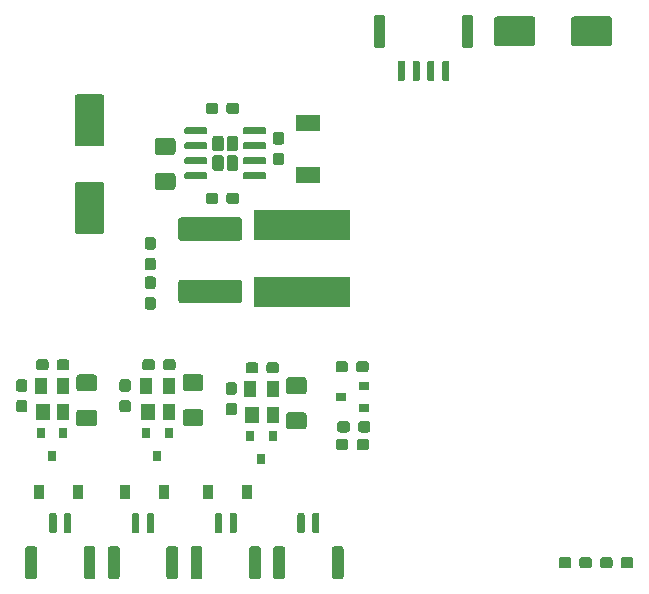
<source format=gbr>
G04 #@! TF.GenerationSoftware,KiCad,Pcbnew,5.1.5-52549c5~84~ubuntu18.04.1*
G04 #@! TF.CreationDate,2020-01-27T13:55:18+13:00*
G04 #@! TF.ProjectId,MOSSbp_Jetson_Nano_Board,4d4f5353-6270-45f4-9a65-74736f6e5f4e,V0.1*
G04 #@! TF.SameCoordinates,Original*
G04 #@! TF.FileFunction,Paste,Top*
G04 #@! TF.FilePolarity,Positive*
%FSLAX46Y46*%
G04 Gerber Fmt 4.6, Leading zero omitted, Abs format (unit mm)*
G04 Created by KiCad (PCBNEW 5.1.5-52549c5~84~ubuntu18.04.1) date 2020-01-27 13:55:18*
%MOMM*%
%LPD*%
G04 APERTURE LIST*
%ADD10R,0.900000X1.200000*%
%ADD11R,8.200000X2.600000*%
%ADD12R,1.000000X1.400000*%
%ADD13R,1.200000X1.400000*%
%ADD14C,0.100000*%
%ADD15R,0.800000X0.900000*%
%ADD16R,0.900000X0.800000*%
%ADD17R,2.100000X1.400000*%
G04 APERTURE END LIST*
D10*
X125000000Y-108000000D03*
X128300000Y-108000000D03*
X132000000Y-108000000D03*
X135300000Y-108000000D03*
X117700000Y-108000000D03*
X121000000Y-108000000D03*
D11*
X140000000Y-91040000D03*
X140000000Y-85440000D03*
D12*
X126800000Y-99000000D03*
X128700000Y-99000000D03*
X128700000Y-101200000D03*
D13*
X126980000Y-101200000D03*
D14*
G36*
X136794703Y-77135722D02*
G01*
X136809264Y-77137882D01*
X136823543Y-77141459D01*
X136837403Y-77146418D01*
X136850710Y-77152712D01*
X136863336Y-77160280D01*
X136875159Y-77169048D01*
X136886066Y-77178934D01*
X136895952Y-77189841D01*
X136904720Y-77201664D01*
X136912288Y-77214290D01*
X136918582Y-77227597D01*
X136923541Y-77241457D01*
X136927118Y-77255736D01*
X136929278Y-77270297D01*
X136930000Y-77285000D01*
X136930000Y-77585000D01*
X136929278Y-77599703D01*
X136927118Y-77614264D01*
X136923541Y-77628543D01*
X136918582Y-77642403D01*
X136912288Y-77655710D01*
X136904720Y-77668336D01*
X136895952Y-77680159D01*
X136886066Y-77691066D01*
X136875159Y-77700952D01*
X136863336Y-77709720D01*
X136850710Y-77717288D01*
X136837403Y-77723582D01*
X136823543Y-77728541D01*
X136809264Y-77732118D01*
X136794703Y-77734278D01*
X136780000Y-77735000D01*
X135130000Y-77735000D01*
X135115297Y-77734278D01*
X135100736Y-77732118D01*
X135086457Y-77728541D01*
X135072597Y-77723582D01*
X135059290Y-77717288D01*
X135046664Y-77709720D01*
X135034841Y-77700952D01*
X135023934Y-77691066D01*
X135014048Y-77680159D01*
X135005280Y-77668336D01*
X134997712Y-77655710D01*
X134991418Y-77642403D01*
X134986459Y-77628543D01*
X134982882Y-77614264D01*
X134980722Y-77599703D01*
X134980000Y-77585000D01*
X134980000Y-77285000D01*
X134980722Y-77270297D01*
X134982882Y-77255736D01*
X134986459Y-77241457D01*
X134991418Y-77227597D01*
X134997712Y-77214290D01*
X135005280Y-77201664D01*
X135014048Y-77189841D01*
X135023934Y-77178934D01*
X135034841Y-77169048D01*
X135046664Y-77160280D01*
X135059290Y-77152712D01*
X135072597Y-77146418D01*
X135086457Y-77141459D01*
X135100736Y-77137882D01*
X135115297Y-77135722D01*
X135130000Y-77135000D01*
X136780000Y-77135000D01*
X136794703Y-77135722D01*
G37*
G36*
X136794703Y-78405722D02*
G01*
X136809264Y-78407882D01*
X136823543Y-78411459D01*
X136837403Y-78416418D01*
X136850710Y-78422712D01*
X136863336Y-78430280D01*
X136875159Y-78439048D01*
X136886066Y-78448934D01*
X136895952Y-78459841D01*
X136904720Y-78471664D01*
X136912288Y-78484290D01*
X136918582Y-78497597D01*
X136923541Y-78511457D01*
X136927118Y-78525736D01*
X136929278Y-78540297D01*
X136930000Y-78555000D01*
X136930000Y-78855000D01*
X136929278Y-78869703D01*
X136927118Y-78884264D01*
X136923541Y-78898543D01*
X136918582Y-78912403D01*
X136912288Y-78925710D01*
X136904720Y-78938336D01*
X136895952Y-78950159D01*
X136886066Y-78961066D01*
X136875159Y-78970952D01*
X136863336Y-78979720D01*
X136850710Y-78987288D01*
X136837403Y-78993582D01*
X136823543Y-78998541D01*
X136809264Y-79002118D01*
X136794703Y-79004278D01*
X136780000Y-79005000D01*
X135130000Y-79005000D01*
X135115297Y-79004278D01*
X135100736Y-79002118D01*
X135086457Y-78998541D01*
X135072597Y-78993582D01*
X135059290Y-78987288D01*
X135046664Y-78979720D01*
X135034841Y-78970952D01*
X135023934Y-78961066D01*
X135014048Y-78950159D01*
X135005280Y-78938336D01*
X134997712Y-78925710D01*
X134991418Y-78912403D01*
X134986459Y-78898543D01*
X134982882Y-78884264D01*
X134980722Y-78869703D01*
X134980000Y-78855000D01*
X134980000Y-78555000D01*
X134980722Y-78540297D01*
X134982882Y-78525736D01*
X134986459Y-78511457D01*
X134991418Y-78497597D01*
X134997712Y-78484290D01*
X135005280Y-78471664D01*
X135014048Y-78459841D01*
X135023934Y-78448934D01*
X135034841Y-78439048D01*
X135046664Y-78430280D01*
X135059290Y-78422712D01*
X135072597Y-78416418D01*
X135086457Y-78411459D01*
X135100736Y-78407882D01*
X135115297Y-78405722D01*
X135130000Y-78405000D01*
X136780000Y-78405000D01*
X136794703Y-78405722D01*
G37*
G36*
X136794703Y-79675722D02*
G01*
X136809264Y-79677882D01*
X136823543Y-79681459D01*
X136837403Y-79686418D01*
X136850710Y-79692712D01*
X136863336Y-79700280D01*
X136875159Y-79709048D01*
X136886066Y-79718934D01*
X136895952Y-79729841D01*
X136904720Y-79741664D01*
X136912288Y-79754290D01*
X136918582Y-79767597D01*
X136923541Y-79781457D01*
X136927118Y-79795736D01*
X136929278Y-79810297D01*
X136930000Y-79825000D01*
X136930000Y-80125000D01*
X136929278Y-80139703D01*
X136927118Y-80154264D01*
X136923541Y-80168543D01*
X136918582Y-80182403D01*
X136912288Y-80195710D01*
X136904720Y-80208336D01*
X136895952Y-80220159D01*
X136886066Y-80231066D01*
X136875159Y-80240952D01*
X136863336Y-80249720D01*
X136850710Y-80257288D01*
X136837403Y-80263582D01*
X136823543Y-80268541D01*
X136809264Y-80272118D01*
X136794703Y-80274278D01*
X136780000Y-80275000D01*
X135130000Y-80275000D01*
X135115297Y-80274278D01*
X135100736Y-80272118D01*
X135086457Y-80268541D01*
X135072597Y-80263582D01*
X135059290Y-80257288D01*
X135046664Y-80249720D01*
X135034841Y-80240952D01*
X135023934Y-80231066D01*
X135014048Y-80220159D01*
X135005280Y-80208336D01*
X134997712Y-80195710D01*
X134991418Y-80182403D01*
X134986459Y-80168543D01*
X134982882Y-80154264D01*
X134980722Y-80139703D01*
X134980000Y-80125000D01*
X134980000Y-79825000D01*
X134980722Y-79810297D01*
X134982882Y-79795736D01*
X134986459Y-79781457D01*
X134991418Y-79767597D01*
X134997712Y-79754290D01*
X135005280Y-79741664D01*
X135014048Y-79729841D01*
X135023934Y-79718934D01*
X135034841Y-79709048D01*
X135046664Y-79700280D01*
X135059290Y-79692712D01*
X135072597Y-79686418D01*
X135086457Y-79681459D01*
X135100736Y-79677882D01*
X135115297Y-79675722D01*
X135130000Y-79675000D01*
X136780000Y-79675000D01*
X136794703Y-79675722D01*
G37*
G36*
X136794703Y-80945722D02*
G01*
X136809264Y-80947882D01*
X136823543Y-80951459D01*
X136837403Y-80956418D01*
X136850710Y-80962712D01*
X136863336Y-80970280D01*
X136875159Y-80979048D01*
X136886066Y-80988934D01*
X136895952Y-80999841D01*
X136904720Y-81011664D01*
X136912288Y-81024290D01*
X136918582Y-81037597D01*
X136923541Y-81051457D01*
X136927118Y-81065736D01*
X136929278Y-81080297D01*
X136930000Y-81095000D01*
X136930000Y-81395000D01*
X136929278Y-81409703D01*
X136927118Y-81424264D01*
X136923541Y-81438543D01*
X136918582Y-81452403D01*
X136912288Y-81465710D01*
X136904720Y-81478336D01*
X136895952Y-81490159D01*
X136886066Y-81501066D01*
X136875159Y-81510952D01*
X136863336Y-81519720D01*
X136850710Y-81527288D01*
X136837403Y-81533582D01*
X136823543Y-81538541D01*
X136809264Y-81542118D01*
X136794703Y-81544278D01*
X136780000Y-81545000D01*
X135130000Y-81545000D01*
X135115297Y-81544278D01*
X135100736Y-81542118D01*
X135086457Y-81538541D01*
X135072597Y-81533582D01*
X135059290Y-81527288D01*
X135046664Y-81519720D01*
X135034841Y-81510952D01*
X135023934Y-81501066D01*
X135014048Y-81490159D01*
X135005280Y-81478336D01*
X134997712Y-81465710D01*
X134991418Y-81452403D01*
X134986459Y-81438543D01*
X134982882Y-81424264D01*
X134980722Y-81409703D01*
X134980000Y-81395000D01*
X134980000Y-81095000D01*
X134980722Y-81080297D01*
X134982882Y-81065736D01*
X134986459Y-81051457D01*
X134991418Y-81037597D01*
X134997712Y-81024290D01*
X135005280Y-81011664D01*
X135014048Y-80999841D01*
X135023934Y-80988934D01*
X135034841Y-80979048D01*
X135046664Y-80970280D01*
X135059290Y-80962712D01*
X135072597Y-80956418D01*
X135086457Y-80951459D01*
X135100736Y-80947882D01*
X135115297Y-80945722D01*
X135130000Y-80945000D01*
X136780000Y-80945000D01*
X136794703Y-80945722D01*
G37*
G36*
X131844703Y-80945722D02*
G01*
X131859264Y-80947882D01*
X131873543Y-80951459D01*
X131887403Y-80956418D01*
X131900710Y-80962712D01*
X131913336Y-80970280D01*
X131925159Y-80979048D01*
X131936066Y-80988934D01*
X131945952Y-80999841D01*
X131954720Y-81011664D01*
X131962288Y-81024290D01*
X131968582Y-81037597D01*
X131973541Y-81051457D01*
X131977118Y-81065736D01*
X131979278Y-81080297D01*
X131980000Y-81095000D01*
X131980000Y-81395000D01*
X131979278Y-81409703D01*
X131977118Y-81424264D01*
X131973541Y-81438543D01*
X131968582Y-81452403D01*
X131962288Y-81465710D01*
X131954720Y-81478336D01*
X131945952Y-81490159D01*
X131936066Y-81501066D01*
X131925159Y-81510952D01*
X131913336Y-81519720D01*
X131900710Y-81527288D01*
X131887403Y-81533582D01*
X131873543Y-81538541D01*
X131859264Y-81542118D01*
X131844703Y-81544278D01*
X131830000Y-81545000D01*
X130180000Y-81545000D01*
X130165297Y-81544278D01*
X130150736Y-81542118D01*
X130136457Y-81538541D01*
X130122597Y-81533582D01*
X130109290Y-81527288D01*
X130096664Y-81519720D01*
X130084841Y-81510952D01*
X130073934Y-81501066D01*
X130064048Y-81490159D01*
X130055280Y-81478336D01*
X130047712Y-81465710D01*
X130041418Y-81452403D01*
X130036459Y-81438543D01*
X130032882Y-81424264D01*
X130030722Y-81409703D01*
X130030000Y-81395000D01*
X130030000Y-81095000D01*
X130030722Y-81080297D01*
X130032882Y-81065736D01*
X130036459Y-81051457D01*
X130041418Y-81037597D01*
X130047712Y-81024290D01*
X130055280Y-81011664D01*
X130064048Y-80999841D01*
X130073934Y-80988934D01*
X130084841Y-80979048D01*
X130096664Y-80970280D01*
X130109290Y-80962712D01*
X130122597Y-80956418D01*
X130136457Y-80951459D01*
X130150736Y-80947882D01*
X130165297Y-80945722D01*
X130180000Y-80945000D01*
X131830000Y-80945000D01*
X131844703Y-80945722D01*
G37*
G36*
X131844703Y-79675722D02*
G01*
X131859264Y-79677882D01*
X131873543Y-79681459D01*
X131887403Y-79686418D01*
X131900710Y-79692712D01*
X131913336Y-79700280D01*
X131925159Y-79709048D01*
X131936066Y-79718934D01*
X131945952Y-79729841D01*
X131954720Y-79741664D01*
X131962288Y-79754290D01*
X131968582Y-79767597D01*
X131973541Y-79781457D01*
X131977118Y-79795736D01*
X131979278Y-79810297D01*
X131980000Y-79825000D01*
X131980000Y-80125000D01*
X131979278Y-80139703D01*
X131977118Y-80154264D01*
X131973541Y-80168543D01*
X131968582Y-80182403D01*
X131962288Y-80195710D01*
X131954720Y-80208336D01*
X131945952Y-80220159D01*
X131936066Y-80231066D01*
X131925159Y-80240952D01*
X131913336Y-80249720D01*
X131900710Y-80257288D01*
X131887403Y-80263582D01*
X131873543Y-80268541D01*
X131859264Y-80272118D01*
X131844703Y-80274278D01*
X131830000Y-80275000D01*
X130180000Y-80275000D01*
X130165297Y-80274278D01*
X130150736Y-80272118D01*
X130136457Y-80268541D01*
X130122597Y-80263582D01*
X130109290Y-80257288D01*
X130096664Y-80249720D01*
X130084841Y-80240952D01*
X130073934Y-80231066D01*
X130064048Y-80220159D01*
X130055280Y-80208336D01*
X130047712Y-80195710D01*
X130041418Y-80182403D01*
X130036459Y-80168543D01*
X130032882Y-80154264D01*
X130030722Y-80139703D01*
X130030000Y-80125000D01*
X130030000Y-79825000D01*
X130030722Y-79810297D01*
X130032882Y-79795736D01*
X130036459Y-79781457D01*
X130041418Y-79767597D01*
X130047712Y-79754290D01*
X130055280Y-79741664D01*
X130064048Y-79729841D01*
X130073934Y-79718934D01*
X130084841Y-79709048D01*
X130096664Y-79700280D01*
X130109290Y-79692712D01*
X130122597Y-79686418D01*
X130136457Y-79681459D01*
X130150736Y-79677882D01*
X130165297Y-79675722D01*
X130180000Y-79675000D01*
X131830000Y-79675000D01*
X131844703Y-79675722D01*
G37*
G36*
X131844703Y-78405722D02*
G01*
X131859264Y-78407882D01*
X131873543Y-78411459D01*
X131887403Y-78416418D01*
X131900710Y-78422712D01*
X131913336Y-78430280D01*
X131925159Y-78439048D01*
X131936066Y-78448934D01*
X131945952Y-78459841D01*
X131954720Y-78471664D01*
X131962288Y-78484290D01*
X131968582Y-78497597D01*
X131973541Y-78511457D01*
X131977118Y-78525736D01*
X131979278Y-78540297D01*
X131980000Y-78555000D01*
X131980000Y-78855000D01*
X131979278Y-78869703D01*
X131977118Y-78884264D01*
X131973541Y-78898543D01*
X131968582Y-78912403D01*
X131962288Y-78925710D01*
X131954720Y-78938336D01*
X131945952Y-78950159D01*
X131936066Y-78961066D01*
X131925159Y-78970952D01*
X131913336Y-78979720D01*
X131900710Y-78987288D01*
X131887403Y-78993582D01*
X131873543Y-78998541D01*
X131859264Y-79002118D01*
X131844703Y-79004278D01*
X131830000Y-79005000D01*
X130180000Y-79005000D01*
X130165297Y-79004278D01*
X130150736Y-79002118D01*
X130136457Y-78998541D01*
X130122597Y-78993582D01*
X130109290Y-78987288D01*
X130096664Y-78979720D01*
X130084841Y-78970952D01*
X130073934Y-78961066D01*
X130064048Y-78950159D01*
X130055280Y-78938336D01*
X130047712Y-78925710D01*
X130041418Y-78912403D01*
X130036459Y-78898543D01*
X130032882Y-78884264D01*
X130030722Y-78869703D01*
X130030000Y-78855000D01*
X130030000Y-78555000D01*
X130030722Y-78540297D01*
X130032882Y-78525736D01*
X130036459Y-78511457D01*
X130041418Y-78497597D01*
X130047712Y-78484290D01*
X130055280Y-78471664D01*
X130064048Y-78459841D01*
X130073934Y-78448934D01*
X130084841Y-78439048D01*
X130096664Y-78430280D01*
X130109290Y-78422712D01*
X130122597Y-78416418D01*
X130136457Y-78411459D01*
X130150736Y-78407882D01*
X130165297Y-78405722D01*
X130180000Y-78405000D01*
X131830000Y-78405000D01*
X131844703Y-78405722D01*
G37*
G36*
X131844703Y-77135722D02*
G01*
X131859264Y-77137882D01*
X131873543Y-77141459D01*
X131887403Y-77146418D01*
X131900710Y-77152712D01*
X131913336Y-77160280D01*
X131925159Y-77169048D01*
X131936066Y-77178934D01*
X131945952Y-77189841D01*
X131954720Y-77201664D01*
X131962288Y-77214290D01*
X131968582Y-77227597D01*
X131973541Y-77241457D01*
X131977118Y-77255736D01*
X131979278Y-77270297D01*
X131980000Y-77285000D01*
X131980000Y-77585000D01*
X131979278Y-77599703D01*
X131977118Y-77614264D01*
X131973541Y-77628543D01*
X131968582Y-77642403D01*
X131962288Y-77655710D01*
X131954720Y-77668336D01*
X131945952Y-77680159D01*
X131936066Y-77691066D01*
X131925159Y-77700952D01*
X131913336Y-77709720D01*
X131900710Y-77717288D01*
X131887403Y-77723582D01*
X131873543Y-77728541D01*
X131859264Y-77732118D01*
X131844703Y-77734278D01*
X131830000Y-77735000D01*
X130180000Y-77735000D01*
X130165297Y-77734278D01*
X130150736Y-77732118D01*
X130136457Y-77728541D01*
X130122597Y-77723582D01*
X130109290Y-77717288D01*
X130096664Y-77709720D01*
X130084841Y-77700952D01*
X130073934Y-77691066D01*
X130064048Y-77680159D01*
X130055280Y-77668336D01*
X130047712Y-77655710D01*
X130041418Y-77642403D01*
X130036459Y-77628543D01*
X130032882Y-77614264D01*
X130030722Y-77599703D01*
X130030000Y-77585000D01*
X130030000Y-77285000D01*
X130030722Y-77270297D01*
X130032882Y-77255736D01*
X130036459Y-77241457D01*
X130041418Y-77227597D01*
X130047712Y-77214290D01*
X130055280Y-77201664D01*
X130064048Y-77189841D01*
X130073934Y-77178934D01*
X130084841Y-77169048D01*
X130096664Y-77160280D01*
X130109290Y-77152712D01*
X130122597Y-77146418D01*
X130136457Y-77141459D01*
X130150736Y-77137882D01*
X130165297Y-77135722D01*
X130180000Y-77135000D01*
X131830000Y-77135000D01*
X131844703Y-77135722D01*
G37*
G36*
X134346269Y-79501168D02*
G01*
X134369809Y-79504660D01*
X134392894Y-79510442D01*
X134415301Y-79518459D01*
X134436814Y-79528634D01*
X134457226Y-79540869D01*
X134476340Y-79555045D01*
X134493973Y-79571027D01*
X134509955Y-79588660D01*
X134524131Y-79607774D01*
X134536366Y-79628186D01*
X134546541Y-79649699D01*
X134554558Y-79672106D01*
X134560340Y-79695191D01*
X134563832Y-79718731D01*
X134565000Y-79742500D01*
X134565000Y-80587500D01*
X134563832Y-80611269D01*
X134560340Y-80634809D01*
X134554558Y-80657894D01*
X134546541Y-80680301D01*
X134536366Y-80701814D01*
X134524131Y-80722226D01*
X134509955Y-80741340D01*
X134493973Y-80758973D01*
X134476340Y-80774955D01*
X134457226Y-80789131D01*
X134436814Y-80801366D01*
X134415301Y-80811541D01*
X134392894Y-80819558D01*
X134369809Y-80825340D01*
X134346269Y-80828832D01*
X134322500Y-80830000D01*
X133837500Y-80830000D01*
X133813731Y-80828832D01*
X133790191Y-80825340D01*
X133767106Y-80819558D01*
X133744699Y-80811541D01*
X133723186Y-80801366D01*
X133702774Y-80789131D01*
X133683660Y-80774955D01*
X133666027Y-80758973D01*
X133650045Y-80741340D01*
X133635869Y-80722226D01*
X133623634Y-80701814D01*
X133613459Y-80680301D01*
X133605442Y-80657894D01*
X133599660Y-80634809D01*
X133596168Y-80611269D01*
X133595000Y-80587500D01*
X133595000Y-79742500D01*
X133596168Y-79718731D01*
X133599660Y-79695191D01*
X133605442Y-79672106D01*
X133613459Y-79649699D01*
X133623634Y-79628186D01*
X133635869Y-79607774D01*
X133650045Y-79588660D01*
X133666027Y-79571027D01*
X133683660Y-79555045D01*
X133702774Y-79540869D01*
X133723186Y-79528634D01*
X133744699Y-79518459D01*
X133767106Y-79510442D01*
X133790191Y-79504660D01*
X133813731Y-79501168D01*
X133837500Y-79500000D01*
X134322500Y-79500000D01*
X134346269Y-79501168D01*
G37*
G36*
X134346269Y-77851168D02*
G01*
X134369809Y-77854660D01*
X134392894Y-77860442D01*
X134415301Y-77868459D01*
X134436814Y-77878634D01*
X134457226Y-77890869D01*
X134476340Y-77905045D01*
X134493973Y-77921027D01*
X134509955Y-77938660D01*
X134524131Y-77957774D01*
X134536366Y-77978186D01*
X134546541Y-77999699D01*
X134554558Y-78022106D01*
X134560340Y-78045191D01*
X134563832Y-78068731D01*
X134565000Y-78092500D01*
X134565000Y-78937500D01*
X134563832Y-78961269D01*
X134560340Y-78984809D01*
X134554558Y-79007894D01*
X134546541Y-79030301D01*
X134536366Y-79051814D01*
X134524131Y-79072226D01*
X134509955Y-79091340D01*
X134493973Y-79108973D01*
X134476340Y-79124955D01*
X134457226Y-79139131D01*
X134436814Y-79151366D01*
X134415301Y-79161541D01*
X134392894Y-79169558D01*
X134369809Y-79175340D01*
X134346269Y-79178832D01*
X134322500Y-79180000D01*
X133837500Y-79180000D01*
X133813731Y-79178832D01*
X133790191Y-79175340D01*
X133767106Y-79169558D01*
X133744699Y-79161541D01*
X133723186Y-79151366D01*
X133702774Y-79139131D01*
X133683660Y-79124955D01*
X133666027Y-79108973D01*
X133650045Y-79091340D01*
X133635869Y-79072226D01*
X133623634Y-79051814D01*
X133613459Y-79030301D01*
X133605442Y-79007894D01*
X133599660Y-78984809D01*
X133596168Y-78961269D01*
X133595000Y-78937500D01*
X133595000Y-78092500D01*
X133596168Y-78068731D01*
X133599660Y-78045191D01*
X133605442Y-78022106D01*
X133613459Y-77999699D01*
X133623634Y-77978186D01*
X133635869Y-77957774D01*
X133650045Y-77938660D01*
X133666027Y-77921027D01*
X133683660Y-77905045D01*
X133702774Y-77890869D01*
X133723186Y-77878634D01*
X133744699Y-77868459D01*
X133767106Y-77860442D01*
X133790191Y-77854660D01*
X133813731Y-77851168D01*
X133837500Y-77850000D01*
X134322500Y-77850000D01*
X134346269Y-77851168D01*
G37*
G36*
X133146269Y-79501168D02*
G01*
X133169809Y-79504660D01*
X133192894Y-79510442D01*
X133215301Y-79518459D01*
X133236814Y-79528634D01*
X133257226Y-79540869D01*
X133276340Y-79555045D01*
X133293973Y-79571027D01*
X133309955Y-79588660D01*
X133324131Y-79607774D01*
X133336366Y-79628186D01*
X133346541Y-79649699D01*
X133354558Y-79672106D01*
X133360340Y-79695191D01*
X133363832Y-79718731D01*
X133365000Y-79742500D01*
X133365000Y-80587500D01*
X133363832Y-80611269D01*
X133360340Y-80634809D01*
X133354558Y-80657894D01*
X133346541Y-80680301D01*
X133336366Y-80701814D01*
X133324131Y-80722226D01*
X133309955Y-80741340D01*
X133293973Y-80758973D01*
X133276340Y-80774955D01*
X133257226Y-80789131D01*
X133236814Y-80801366D01*
X133215301Y-80811541D01*
X133192894Y-80819558D01*
X133169809Y-80825340D01*
X133146269Y-80828832D01*
X133122500Y-80830000D01*
X132637500Y-80830000D01*
X132613731Y-80828832D01*
X132590191Y-80825340D01*
X132567106Y-80819558D01*
X132544699Y-80811541D01*
X132523186Y-80801366D01*
X132502774Y-80789131D01*
X132483660Y-80774955D01*
X132466027Y-80758973D01*
X132450045Y-80741340D01*
X132435869Y-80722226D01*
X132423634Y-80701814D01*
X132413459Y-80680301D01*
X132405442Y-80657894D01*
X132399660Y-80634809D01*
X132396168Y-80611269D01*
X132395000Y-80587500D01*
X132395000Y-79742500D01*
X132396168Y-79718731D01*
X132399660Y-79695191D01*
X132405442Y-79672106D01*
X132413459Y-79649699D01*
X132423634Y-79628186D01*
X132435869Y-79607774D01*
X132450045Y-79588660D01*
X132466027Y-79571027D01*
X132483660Y-79555045D01*
X132502774Y-79540869D01*
X132523186Y-79528634D01*
X132544699Y-79518459D01*
X132567106Y-79510442D01*
X132590191Y-79504660D01*
X132613731Y-79501168D01*
X132637500Y-79500000D01*
X133122500Y-79500000D01*
X133146269Y-79501168D01*
G37*
G36*
X133146269Y-77851168D02*
G01*
X133169809Y-77854660D01*
X133192894Y-77860442D01*
X133215301Y-77868459D01*
X133236814Y-77878634D01*
X133257226Y-77890869D01*
X133276340Y-77905045D01*
X133293973Y-77921027D01*
X133309955Y-77938660D01*
X133324131Y-77957774D01*
X133336366Y-77978186D01*
X133346541Y-77999699D01*
X133354558Y-78022106D01*
X133360340Y-78045191D01*
X133363832Y-78068731D01*
X133365000Y-78092500D01*
X133365000Y-78937500D01*
X133363832Y-78961269D01*
X133360340Y-78984809D01*
X133354558Y-79007894D01*
X133346541Y-79030301D01*
X133336366Y-79051814D01*
X133324131Y-79072226D01*
X133309955Y-79091340D01*
X133293973Y-79108973D01*
X133276340Y-79124955D01*
X133257226Y-79139131D01*
X133236814Y-79151366D01*
X133215301Y-79161541D01*
X133192894Y-79169558D01*
X133169809Y-79175340D01*
X133146269Y-79178832D01*
X133122500Y-79180000D01*
X132637500Y-79180000D01*
X132613731Y-79178832D01*
X132590191Y-79175340D01*
X132567106Y-79169558D01*
X132544699Y-79161541D01*
X132523186Y-79151366D01*
X132502774Y-79139131D01*
X132483660Y-79124955D01*
X132466027Y-79108973D01*
X132450045Y-79091340D01*
X132435869Y-79072226D01*
X132423634Y-79051814D01*
X132413459Y-79030301D01*
X132405442Y-79007894D01*
X132399660Y-78984809D01*
X132396168Y-78961269D01*
X132395000Y-78937500D01*
X132395000Y-78092500D01*
X132396168Y-78068731D01*
X132399660Y-78045191D01*
X132405442Y-78022106D01*
X132413459Y-77999699D01*
X132423634Y-77978186D01*
X132435869Y-77957774D01*
X132450045Y-77938660D01*
X132466027Y-77921027D01*
X132483660Y-77905045D01*
X132502774Y-77890869D01*
X132523186Y-77878634D01*
X132544699Y-77868459D01*
X132567106Y-77860442D01*
X132590191Y-77854660D01*
X132613731Y-77851168D01*
X132637500Y-77850000D01*
X133122500Y-77850000D01*
X133146269Y-77851168D01*
G37*
D12*
X135600000Y-99300000D03*
X137500000Y-99300000D03*
X137500000Y-101500000D03*
D13*
X135780000Y-101500000D03*
D12*
X117850000Y-99050000D03*
X119750000Y-99050000D03*
X119750000Y-101250000D03*
D13*
X118030000Y-101250000D03*
D14*
G36*
X143685779Y-103526144D02*
G01*
X143708834Y-103529563D01*
X143731443Y-103535227D01*
X143753387Y-103543079D01*
X143774457Y-103553044D01*
X143794448Y-103565026D01*
X143813168Y-103578910D01*
X143830438Y-103594562D01*
X143846090Y-103611832D01*
X143859974Y-103630552D01*
X143871956Y-103650543D01*
X143881921Y-103671613D01*
X143889773Y-103693557D01*
X143895437Y-103716166D01*
X143898856Y-103739221D01*
X143900000Y-103762500D01*
X143900000Y-104237500D01*
X143898856Y-104260779D01*
X143895437Y-104283834D01*
X143889773Y-104306443D01*
X143881921Y-104328387D01*
X143871956Y-104349457D01*
X143859974Y-104369448D01*
X143846090Y-104388168D01*
X143830438Y-104405438D01*
X143813168Y-104421090D01*
X143794448Y-104434974D01*
X143774457Y-104446956D01*
X143753387Y-104456921D01*
X143731443Y-104464773D01*
X143708834Y-104470437D01*
X143685779Y-104473856D01*
X143662500Y-104475000D01*
X143087500Y-104475000D01*
X143064221Y-104473856D01*
X143041166Y-104470437D01*
X143018557Y-104464773D01*
X142996613Y-104456921D01*
X142975543Y-104446956D01*
X142955552Y-104434974D01*
X142936832Y-104421090D01*
X142919562Y-104405438D01*
X142903910Y-104388168D01*
X142890026Y-104369448D01*
X142878044Y-104349457D01*
X142868079Y-104328387D01*
X142860227Y-104306443D01*
X142854563Y-104283834D01*
X142851144Y-104260779D01*
X142850000Y-104237500D01*
X142850000Y-103762500D01*
X142851144Y-103739221D01*
X142854563Y-103716166D01*
X142860227Y-103693557D01*
X142868079Y-103671613D01*
X142878044Y-103650543D01*
X142890026Y-103630552D01*
X142903910Y-103611832D01*
X142919562Y-103594562D01*
X142936832Y-103578910D01*
X142955552Y-103565026D01*
X142975543Y-103553044D01*
X142996613Y-103543079D01*
X143018557Y-103535227D01*
X143041166Y-103529563D01*
X143064221Y-103526144D01*
X143087500Y-103525000D01*
X143662500Y-103525000D01*
X143685779Y-103526144D01*
G37*
G36*
X145435779Y-103526144D02*
G01*
X145458834Y-103529563D01*
X145481443Y-103535227D01*
X145503387Y-103543079D01*
X145524457Y-103553044D01*
X145544448Y-103565026D01*
X145563168Y-103578910D01*
X145580438Y-103594562D01*
X145596090Y-103611832D01*
X145609974Y-103630552D01*
X145621956Y-103650543D01*
X145631921Y-103671613D01*
X145639773Y-103693557D01*
X145645437Y-103716166D01*
X145648856Y-103739221D01*
X145650000Y-103762500D01*
X145650000Y-104237500D01*
X145648856Y-104260779D01*
X145645437Y-104283834D01*
X145639773Y-104306443D01*
X145631921Y-104328387D01*
X145621956Y-104349457D01*
X145609974Y-104369448D01*
X145596090Y-104388168D01*
X145580438Y-104405438D01*
X145563168Y-104421090D01*
X145544448Y-104434974D01*
X145524457Y-104446956D01*
X145503387Y-104456921D01*
X145481443Y-104464773D01*
X145458834Y-104470437D01*
X145435779Y-104473856D01*
X145412500Y-104475000D01*
X144837500Y-104475000D01*
X144814221Y-104473856D01*
X144791166Y-104470437D01*
X144768557Y-104464773D01*
X144746613Y-104456921D01*
X144725543Y-104446956D01*
X144705552Y-104434974D01*
X144686832Y-104421090D01*
X144669562Y-104405438D01*
X144653910Y-104388168D01*
X144640026Y-104369448D01*
X144628044Y-104349457D01*
X144618079Y-104328387D01*
X144610227Y-104306443D01*
X144604563Y-104283834D01*
X144601144Y-104260779D01*
X144600000Y-104237500D01*
X144600000Y-103762500D01*
X144601144Y-103739221D01*
X144604563Y-103716166D01*
X144610227Y-103693557D01*
X144618079Y-103671613D01*
X144628044Y-103650543D01*
X144640026Y-103630552D01*
X144653910Y-103611832D01*
X144669562Y-103594562D01*
X144686832Y-103578910D01*
X144705552Y-103565026D01*
X144725543Y-103553044D01*
X144746613Y-103543079D01*
X144768557Y-103535227D01*
X144791166Y-103529563D01*
X144814221Y-103526144D01*
X144837500Y-103525000D01*
X145412500Y-103525000D01*
X145435779Y-103526144D01*
G37*
G36*
X164310779Y-113526144D02*
G01*
X164333834Y-113529563D01*
X164356443Y-113535227D01*
X164378387Y-113543079D01*
X164399457Y-113553044D01*
X164419448Y-113565026D01*
X164438168Y-113578910D01*
X164455438Y-113594562D01*
X164471090Y-113611832D01*
X164484974Y-113630552D01*
X164496956Y-113650543D01*
X164506921Y-113671613D01*
X164514773Y-113693557D01*
X164520437Y-113716166D01*
X164523856Y-113739221D01*
X164525000Y-113762500D01*
X164525000Y-114237500D01*
X164523856Y-114260779D01*
X164520437Y-114283834D01*
X164514773Y-114306443D01*
X164506921Y-114328387D01*
X164496956Y-114349457D01*
X164484974Y-114369448D01*
X164471090Y-114388168D01*
X164455438Y-114405438D01*
X164438168Y-114421090D01*
X164419448Y-114434974D01*
X164399457Y-114446956D01*
X164378387Y-114456921D01*
X164356443Y-114464773D01*
X164333834Y-114470437D01*
X164310779Y-114473856D01*
X164287500Y-114475000D01*
X163712500Y-114475000D01*
X163689221Y-114473856D01*
X163666166Y-114470437D01*
X163643557Y-114464773D01*
X163621613Y-114456921D01*
X163600543Y-114446956D01*
X163580552Y-114434974D01*
X163561832Y-114421090D01*
X163544562Y-114405438D01*
X163528910Y-114388168D01*
X163515026Y-114369448D01*
X163503044Y-114349457D01*
X163493079Y-114328387D01*
X163485227Y-114306443D01*
X163479563Y-114283834D01*
X163476144Y-114260779D01*
X163475000Y-114237500D01*
X163475000Y-113762500D01*
X163476144Y-113739221D01*
X163479563Y-113716166D01*
X163485227Y-113693557D01*
X163493079Y-113671613D01*
X163503044Y-113650543D01*
X163515026Y-113630552D01*
X163528910Y-113611832D01*
X163544562Y-113594562D01*
X163561832Y-113578910D01*
X163580552Y-113565026D01*
X163600543Y-113553044D01*
X163621613Y-113543079D01*
X163643557Y-113535227D01*
X163666166Y-113529563D01*
X163689221Y-113526144D01*
X163712500Y-113525000D01*
X164287500Y-113525000D01*
X164310779Y-113526144D01*
G37*
G36*
X162560779Y-113526144D02*
G01*
X162583834Y-113529563D01*
X162606443Y-113535227D01*
X162628387Y-113543079D01*
X162649457Y-113553044D01*
X162669448Y-113565026D01*
X162688168Y-113578910D01*
X162705438Y-113594562D01*
X162721090Y-113611832D01*
X162734974Y-113630552D01*
X162746956Y-113650543D01*
X162756921Y-113671613D01*
X162764773Y-113693557D01*
X162770437Y-113716166D01*
X162773856Y-113739221D01*
X162775000Y-113762500D01*
X162775000Y-114237500D01*
X162773856Y-114260779D01*
X162770437Y-114283834D01*
X162764773Y-114306443D01*
X162756921Y-114328387D01*
X162746956Y-114349457D01*
X162734974Y-114369448D01*
X162721090Y-114388168D01*
X162705438Y-114405438D01*
X162688168Y-114421090D01*
X162669448Y-114434974D01*
X162649457Y-114446956D01*
X162628387Y-114456921D01*
X162606443Y-114464773D01*
X162583834Y-114470437D01*
X162560779Y-114473856D01*
X162537500Y-114475000D01*
X161962500Y-114475000D01*
X161939221Y-114473856D01*
X161916166Y-114470437D01*
X161893557Y-114464773D01*
X161871613Y-114456921D01*
X161850543Y-114446956D01*
X161830552Y-114434974D01*
X161811832Y-114421090D01*
X161794562Y-114405438D01*
X161778910Y-114388168D01*
X161765026Y-114369448D01*
X161753044Y-114349457D01*
X161743079Y-114328387D01*
X161735227Y-114306443D01*
X161729563Y-114283834D01*
X161726144Y-114260779D01*
X161725000Y-114237500D01*
X161725000Y-113762500D01*
X161726144Y-113739221D01*
X161729563Y-113716166D01*
X161735227Y-113693557D01*
X161743079Y-113671613D01*
X161753044Y-113650543D01*
X161765026Y-113630552D01*
X161778910Y-113611832D01*
X161794562Y-113594562D01*
X161811832Y-113578910D01*
X161830552Y-113565026D01*
X161850543Y-113553044D01*
X161871613Y-113543079D01*
X161893557Y-113535227D01*
X161916166Y-113529563D01*
X161939221Y-113526144D01*
X161962500Y-113525000D01*
X162537500Y-113525000D01*
X162560779Y-113526144D01*
G37*
G36*
X125260779Y-100226144D02*
G01*
X125283834Y-100229563D01*
X125306443Y-100235227D01*
X125328387Y-100243079D01*
X125349457Y-100253044D01*
X125369448Y-100265026D01*
X125388168Y-100278910D01*
X125405438Y-100294562D01*
X125421090Y-100311832D01*
X125434974Y-100330552D01*
X125446956Y-100350543D01*
X125456921Y-100371613D01*
X125464773Y-100393557D01*
X125470437Y-100416166D01*
X125473856Y-100439221D01*
X125475000Y-100462500D01*
X125475000Y-101037500D01*
X125473856Y-101060779D01*
X125470437Y-101083834D01*
X125464773Y-101106443D01*
X125456921Y-101128387D01*
X125446956Y-101149457D01*
X125434974Y-101169448D01*
X125421090Y-101188168D01*
X125405438Y-101205438D01*
X125388168Y-101221090D01*
X125369448Y-101234974D01*
X125349457Y-101246956D01*
X125328387Y-101256921D01*
X125306443Y-101264773D01*
X125283834Y-101270437D01*
X125260779Y-101273856D01*
X125237500Y-101275000D01*
X124762500Y-101275000D01*
X124739221Y-101273856D01*
X124716166Y-101270437D01*
X124693557Y-101264773D01*
X124671613Y-101256921D01*
X124650543Y-101246956D01*
X124630552Y-101234974D01*
X124611832Y-101221090D01*
X124594562Y-101205438D01*
X124578910Y-101188168D01*
X124565026Y-101169448D01*
X124553044Y-101149457D01*
X124543079Y-101128387D01*
X124535227Y-101106443D01*
X124529563Y-101083834D01*
X124526144Y-101060779D01*
X124525000Y-101037500D01*
X124525000Y-100462500D01*
X124526144Y-100439221D01*
X124529563Y-100416166D01*
X124535227Y-100393557D01*
X124543079Y-100371613D01*
X124553044Y-100350543D01*
X124565026Y-100330552D01*
X124578910Y-100311832D01*
X124594562Y-100294562D01*
X124611832Y-100278910D01*
X124630552Y-100265026D01*
X124650543Y-100253044D01*
X124671613Y-100243079D01*
X124693557Y-100235227D01*
X124716166Y-100229563D01*
X124739221Y-100226144D01*
X124762500Y-100225000D01*
X125237500Y-100225000D01*
X125260779Y-100226144D01*
G37*
G36*
X125260779Y-98476144D02*
G01*
X125283834Y-98479563D01*
X125306443Y-98485227D01*
X125328387Y-98493079D01*
X125349457Y-98503044D01*
X125369448Y-98515026D01*
X125388168Y-98528910D01*
X125405438Y-98544562D01*
X125421090Y-98561832D01*
X125434974Y-98580552D01*
X125446956Y-98600543D01*
X125456921Y-98621613D01*
X125464773Y-98643557D01*
X125470437Y-98666166D01*
X125473856Y-98689221D01*
X125475000Y-98712500D01*
X125475000Y-99287500D01*
X125473856Y-99310779D01*
X125470437Y-99333834D01*
X125464773Y-99356443D01*
X125456921Y-99378387D01*
X125446956Y-99399457D01*
X125434974Y-99419448D01*
X125421090Y-99438168D01*
X125405438Y-99455438D01*
X125388168Y-99471090D01*
X125369448Y-99484974D01*
X125349457Y-99496956D01*
X125328387Y-99506921D01*
X125306443Y-99514773D01*
X125283834Y-99520437D01*
X125260779Y-99523856D01*
X125237500Y-99525000D01*
X124762500Y-99525000D01*
X124739221Y-99523856D01*
X124716166Y-99520437D01*
X124693557Y-99514773D01*
X124671613Y-99506921D01*
X124650543Y-99496956D01*
X124630552Y-99484974D01*
X124611832Y-99471090D01*
X124594562Y-99455438D01*
X124578910Y-99438168D01*
X124565026Y-99419448D01*
X124553044Y-99399457D01*
X124543079Y-99378387D01*
X124535227Y-99356443D01*
X124529563Y-99333834D01*
X124526144Y-99310779D01*
X124525000Y-99287500D01*
X124525000Y-98712500D01*
X124526144Y-98689221D01*
X124529563Y-98666166D01*
X124535227Y-98643557D01*
X124543079Y-98621613D01*
X124553044Y-98600543D01*
X124565026Y-98580552D01*
X124578910Y-98561832D01*
X124594562Y-98544562D01*
X124611832Y-98528910D01*
X124630552Y-98515026D01*
X124650543Y-98503044D01*
X124671613Y-98493079D01*
X124693557Y-98485227D01*
X124716166Y-98479563D01*
X124739221Y-98476144D01*
X124762500Y-98475000D01*
X125237500Y-98475000D01*
X125260779Y-98476144D01*
G37*
G36*
X145560779Y-102026144D02*
G01*
X145583834Y-102029563D01*
X145606443Y-102035227D01*
X145628387Y-102043079D01*
X145649457Y-102053044D01*
X145669448Y-102065026D01*
X145688168Y-102078910D01*
X145705438Y-102094562D01*
X145721090Y-102111832D01*
X145734974Y-102130552D01*
X145746956Y-102150543D01*
X145756921Y-102171613D01*
X145764773Y-102193557D01*
X145770437Y-102216166D01*
X145773856Y-102239221D01*
X145775000Y-102262500D01*
X145775000Y-102737500D01*
X145773856Y-102760779D01*
X145770437Y-102783834D01*
X145764773Y-102806443D01*
X145756921Y-102828387D01*
X145746956Y-102849457D01*
X145734974Y-102869448D01*
X145721090Y-102888168D01*
X145705438Y-102905438D01*
X145688168Y-102921090D01*
X145669448Y-102934974D01*
X145649457Y-102946956D01*
X145628387Y-102956921D01*
X145606443Y-102964773D01*
X145583834Y-102970437D01*
X145560779Y-102973856D01*
X145537500Y-102975000D01*
X144962500Y-102975000D01*
X144939221Y-102973856D01*
X144916166Y-102970437D01*
X144893557Y-102964773D01*
X144871613Y-102956921D01*
X144850543Y-102946956D01*
X144830552Y-102934974D01*
X144811832Y-102921090D01*
X144794562Y-102905438D01*
X144778910Y-102888168D01*
X144765026Y-102869448D01*
X144753044Y-102849457D01*
X144743079Y-102828387D01*
X144735227Y-102806443D01*
X144729563Y-102783834D01*
X144726144Y-102760779D01*
X144725000Y-102737500D01*
X144725000Y-102262500D01*
X144726144Y-102239221D01*
X144729563Y-102216166D01*
X144735227Y-102193557D01*
X144743079Y-102171613D01*
X144753044Y-102150543D01*
X144765026Y-102130552D01*
X144778910Y-102111832D01*
X144794562Y-102094562D01*
X144811832Y-102078910D01*
X144830552Y-102065026D01*
X144850543Y-102053044D01*
X144871613Y-102043079D01*
X144893557Y-102035227D01*
X144916166Y-102029563D01*
X144939221Y-102026144D01*
X144962500Y-102025000D01*
X145537500Y-102025000D01*
X145560779Y-102026144D01*
G37*
G36*
X143810779Y-102026144D02*
G01*
X143833834Y-102029563D01*
X143856443Y-102035227D01*
X143878387Y-102043079D01*
X143899457Y-102053044D01*
X143919448Y-102065026D01*
X143938168Y-102078910D01*
X143955438Y-102094562D01*
X143971090Y-102111832D01*
X143984974Y-102130552D01*
X143996956Y-102150543D01*
X144006921Y-102171613D01*
X144014773Y-102193557D01*
X144020437Y-102216166D01*
X144023856Y-102239221D01*
X144025000Y-102262500D01*
X144025000Y-102737500D01*
X144023856Y-102760779D01*
X144020437Y-102783834D01*
X144014773Y-102806443D01*
X144006921Y-102828387D01*
X143996956Y-102849457D01*
X143984974Y-102869448D01*
X143971090Y-102888168D01*
X143955438Y-102905438D01*
X143938168Y-102921090D01*
X143919448Y-102934974D01*
X143899457Y-102946956D01*
X143878387Y-102956921D01*
X143856443Y-102964773D01*
X143833834Y-102970437D01*
X143810779Y-102973856D01*
X143787500Y-102975000D01*
X143212500Y-102975000D01*
X143189221Y-102973856D01*
X143166166Y-102970437D01*
X143143557Y-102964773D01*
X143121613Y-102956921D01*
X143100543Y-102946956D01*
X143080552Y-102934974D01*
X143061832Y-102921090D01*
X143044562Y-102905438D01*
X143028910Y-102888168D01*
X143015026Y-102869448D01*
X143003044Y-102849457D01*
X142993079Y-102828387D01*
X142985227Y-102806443D01*
X142979563Y-102783834D01*
X142976144Y-102760779D01*
X142975000Y-102737500D01*
X142975000Y-102262500D01*
X142976144Y-102239221D01*
X142979563Y-102216166D01*
X142985227Y-102193557D01*
X142993079Y-102171613D01*
X143003044Y-102150543D01*
X143015026Y-102130552D01*
X143028910Y-102111832D01*
X143044562Y-102094562D01*
X143061832Y-102078910D01*
X143080552Y-102065026D01*
X143100543Y-102053044D01*
X143121613Y-102043079D01*
X143143557Y-102035227D01*
X143166166Y-102029563D01*
X143189221Y-102026144D01*
X143212500Y-102025000D01*
X143787500Y-102025000D01*
X143810779Y-102026144D01*
G37*
G36*
X143660779Y-96926144D02*
G01*
X143683834Y-96929563D01*
X143706443Y-96935227D01*
X143728387Y-96943079D01*
X143749457Y-96953044D01*
X143769448Y-96965026D01*
X143788168Y-96978910D01*
X143805438Y-96994562D01*
X143821090Y-97011832D01*
X143834974Y-97030552D01*
X143846956Y-97050543D01*
X143856921Y-97071613D01*
X143864773Y-97093557D01*
X143870437Y-97116166D01*
X143873856Y-97139221D01*
X143875000Y-97162500D01*
X143875000Y-97637500D01*
X143873856Y-97660779D01*
X143870437Y-97683834D01*
X143864773Y-97706443D01*
X143856921Y-97728387D01*
X143846956Y-97749457D01*
X143834974Y-97769448D01*
X143821090Y-97788168D01*
X143805438Y-97805438D01*
X143788168Y-97821090D01*
X143769448Y-97834974D01*
X143749457Y-97846956D01*
X143728387Y-97856921D01*
X143706443Y-97864773D01*
X143683834Y-97870437D01*
X143660779Y-97873856D01*
X143637500Y-97875000D01*
X143062500Y-97875000D01*
X143039221Y-97873856D01*
X143016166Y-97870437D01*
X142993557Y-97864773D01*
X142971613Y-97856921D01*
X142950543Y-97846956D01*
X142930552Y-97834974D01*
X142911832Y-97821090D01*
X142894562Y-97805438D01*
X142878910Y-97788168D01*
X142865026Y-97769448D01*
X142853044Y-97749457D01*
X142843079Y-97728387D01*
X142835227Y-97706443D01*
X142829563Y-97683834D01*
X142826144Y-97660779D01*
X142825000Y-97637500D01*
X142825000Y-97162500D01*
X142826144Y-97139221D01*
X142829563Y-97116166D01*
X142835227Y-97093557D01*
X142843079Y-97071613D01*
X142853044Y-97050543D01*
X142865026Y-97030552D01*
X142878910Y-97011832D01*
X142894562Y-96994562D01*
X142911832Y-96978910D01*
X142930552Y-96965026D01*
X142950543Y-96953044D01*
X142971613Y-96943079D01*
X142993557Y-96935227D01*
X143016166Y-96929563D01*
X143039221Y-96926144D01*
X143062500Y-96925000D01*
X143637500Y-96925000D01*
X143660779Y-96926144D01*
G37*
G36*
X145410779Y-96926144D02*
G01*
X145433834Y-96929563D01*
X145456443Y-96935227D01*
X145478387Y-96943079D01*
X145499457Y-96953044D01*
X145519448Y-96965026D01*
X145538168Y-96978910D01*
X145555438Y-96994562D01*
X145571090Y-97011832D01*
X145584974Y-97030552D01*
X145596956Y-97050543D01*
X145606921Y-97071613D01*
X145614773Y-97093557D01*
X145620437Y-97116166D01*
X145623856Y-97139221D01*
X145625000Y-97162500D01*
X145625000Y-97637500D01*
X145623856Y-97660779D01*
X145620437Y-97683834D01*
X145614773Y-97706443D01*
X145606921Y-97728387D01*
X145596956Y-97749457D01*
X145584974Y-97769448D01*
X145571090Y-97788168D01*
X145555438Y-97805438D01*
X145538168Y-97821090D01*
X145519448Y-97834974D01*
X145499457Y-97846956D01*
X145478387Y-97856921D01*
X145456443Y-97864773D01*
X145433834Y-97870437D01*
X145410779Y-97873856D01*
X145387500Y-97875000D01*
X144812500Y-97875000D01*
X144789221Y-97873856D01*
X144766166Y-97870437D01*
X144743557Y-97864773D01*
X144721613Y-97856921D01*
X144700543Y-97846956D01*
X144680552Y-97834974D01*
X144661832Y-97821090D01*
X144644562Y-97805438D01*
X144628910Y-97788168D01*
X144615026Y-97769448D01*
X144603044Y-97749457D01*
X144593079Y-97728387D01*
X144585227Y-97706443D01*
X144579563Y-97683834D01*
X144576144Y-97660779D01*
X144575000Y-97637500D01*
X144575000Y-97162500D01*
X144576144Y-97139221D01*
X144579563Y-97116166D01*
X144585227Y-97093557D01*
X144593079Y-97071613D01*
X144603044Y-97050543D01*
X144615026Y-97030552D01*
X144628910Y-97011832D01*
X144644562Y-96994562D01*
X144661832Y-96978910D01*
X144680552Y-96965026D01*
X144700543Y-96953044D01*
X144721613Y-96943079D01*
X144743557Y-96935227D01*
X144766166Y-96929563D01*
X144789221Y-96926144D01*
X144812500Y-96925000D01*
X145387500Y-96925000D01*
X145410779Y-96926144D01*
G37*
G36*
X127390779Y-91516144D02*
G01*
X127413834Y-91519563D01*
X127436443Y-91525227D01*
X127458387Y-91533079D01*
X127479457Y-91543044D01*
X127499448Y-91555026D01*
X127518168Y-91568910D01*
X127535438Y-91584562D01*
X127551090Y-91601832D01*
X127564974Y-91620552D01*
X127576956Y-91640543D01*
X127586921Y-91661613D01*
X127594773Y-91683557D01*
X127600437Y-91706166D01*
X127603856Y-91729221D01*
X127605000Y-91752500D01*
X127605000Y-92327500D01*
X127603856Y-92350779D01*
X127600437Y-92373834D01*
X127594773Y-92396443D01*
X127586921Y-92418387D01*
X127576956Y-92439457D01*
X127564974Y-92459448D01*
X127551090Y-92478168D01*
X127535438Y-92495438D01*
X127518168Y-92511090D01*
X127499448Y-92524974D01*
X127479457Y-92536956D01*
X127458387Y-92546921D01*
X127436443Y-92554773D01*
X127413834Y-92560437D01*
X127390779Y-92563856D01*
X127367500Y-92565000D01*
X126892500Y-92565000D01*
X126869221Y-92563856D01*
X126846166Y-92560437D01*
X126823557Y-92554773D01*
X126801613Y-92546921D01*
X126780543Y-92536956D01*
X126760552Y-92524974D01*
X126741832Y-92511090D01*
X126724562Y-92495438D01*
X126708910Y-92478168D01*
X126695026Y-92459448D01*
X126683044Y-92439457D01*
X126673079Y-92418387D01*
X126665227Y-92396443D01*
X126659563Y-92373834D01*
X126656144Y-92350779D01*
X126655000Y-92327500D01*
X126655000Y-91752500D01*
X126656144Y-91729221D01*
X126659563Y-91706166D01*
X126665227Y-91683557D01*
X126673079Y-91661613D01*
X126683044Y-91640543D01*
X126695026Y-91620552D01*
X126708910Y-91601832D01*
X126724562Y-91584562D01*
X126741832Y-91568910D01*
X126760552Y-91555026D01*
X126780543Y-91543044D01*
X126801613Y-91533079D01*
X126823557Y-91525227D01*
X126846166Y-91519563D01*
X126869221Y-91516144D01*
X126892500Y-91515000D01*
X127367500Y-91515000D01*
X127390779Y-91516144D01*
G37*
G36*
X127390779Y-89766144D02*
G01*
X127413834Y-89769563D01*
X127436443Y-89775227D01*
X127458387Y-89783079D01*
X127479457Y-89793044D01*
X127499448Y-89805026D01*
X127518168Y-89818910D01*
X127535438Y-89834562D01*
X127551090Y-89851832D01*
X127564974Y-89870552D01*
X127576956Y-89890543D01*
X127586921Y-89911613D01*
X127594773Y-89933557D01*
X127600437Y-89956166D01*
X127603856Y-89979221D01*
X127605000Y-90002500D01*
X127605000Y-90577500D01*
X127603856Y-90600779D01*
X127600437Y-90623834D01*
X127594773Y-90646443D01*
X127586921Y-90668387D01*
X127576956Y-90689457D01*
X127564974Y-90709448D01*
X127551090Y-90728168D01*
X127535438Y-90745438D01*
X127518168Y-90761090D01*
X127499448Y-90774974D01*
X127479457Y-90786956D01*
X127458387Y-90796921D01*
X127436443Y-90804773D01*
X127413834Y-90810437D01*
X127390779Y-90813856D01*
X127367500Y-90815000D01*
X126892500Y-90815000D01*
X126869221Y-90813856D01*
X126846166Y-90810437D01*
X126823557Y-90804773D01*
X126801613Y-90796921D01*
X126780543Y-90786956D01*
X126760552Y-90774974D01*
X126741832Y-90761090D01*
X126724562Y-90745438D01*
X126708910Y-90728168D01*
X126695026Y-90709448D01*
X126683044Y-90689457D01*
X126673079Y-90668387D01*
X126665227Y-90646443D01*
X126659563Y-90623834D01*
X126656144Y-90600779D01*
X126655000Y-90577500D01*
X126655000Y-90002500D01*
X126656144Y-89979221D01*
X126659563Y-89956166D01*
X126665227Y-89933557D01*
X126673079Y-89911613D01*
X126683044Y-89890543D01*
X126695026Y-89870552D01*
X126708910Y-89851832D01*
X126724562Y-89834562D01*
X126741832Y-89818910D01*
X126760552Y-89805026D01*
X126780543Y-89793044D01*
X126801613Y-89783079D01*
X126823557Y-89775227D01*
X126846166Y-89769563D01*
X126869221Y-89766144D01*
X126892500Y-89765000D01*
X127367500Y-89765000D01*
X127390779Y-89766144D01*
G37*
G36*
X127390779Y-88186144D02*
G01*
X127413834Y-88189563D01*
X127436443Y-88195227D01*
X127458387Y-88203079D01*
X127479457Y-88213044D01*
X127499448Y-88225026D01*
X127518168Y-88238910D01*
X127535438Y-88254562D01*
X127551090Y-88271832D01*
X127564974Y-88290552D01*
X127576956Y-88310543D01*
X127586921Y-88331613D01*
X127594773Y-88353557D01*
X127600437Y-88376166D01*
X127603856Y-88399221D01*
X127605000Y-88422500D01*
X127605000Y-88997500D01*
X127603856Y-89020779D01*
X127600437Y-89043834D01*
X127594773Y-89066443D01*
X127586921Y-89088387D01*
X127576956Y-89109457D01*
X127564974Y-89129448D01*
X127551090Y-89148168D01*
X127535438Y-89165438D01*
X127518168Y-89181090D01*
X127499448Y-89194974D01*
X127479457Y-89206956D01*
X127458387Y-89216921D01*
X127436443Y-89224773D01*
X127413834Y-89230437D01*
X127390779Y-89233856D01*
X127367500Y-89235000D01*
X126892500Y-89235000D01*
X126869221Y-89233856D01*
X126846166Y-89230437D01*
X126823557Y-89224773D01*
X126801613Y-89216921D01*
X126780543Y-89206956D01*
X126760552Y-89194974D01*
X126741832Y-89181090D01*
X126724562Y-89165438D01*
X126708910Y-89148168D01*
X126695026Y-89129448D01*
X126683044Y-89109457D01*
X126673079Y-89088387D01*
X126665227Y-89066443D01*
X126659563Y-89043834D01*
X126656144Y-89020779D01*
X126655000Y-88997500D01*
X126655000Y-88422500D01*
X126656144Y-88399221D01*
X126659563Y-88376166D01*
X126665227Y-88353557D01*
X126673079Y-88331613D01*
X126683044Y-88310543D01*
X126695026Y-88290552D01*
X126708910Y-88271832D01*
X126724562Y-88254562D01*
X126741832Y-88238910D01*
X126760552Y-88225026D01*
X126780543Y-88213044D01*
X126801613Y-88203079D01*
X126823557Y-88195227D01*
X126846166Y-88189563D01*
X126869221Y-88186144D01*
X126892500Y-88185000D01*
X127367500Y-88185000D01*
X127390779Y-88186144D01*
G37*
G36*
X127390779Y-86436144D02*
G01*
X127413834Y-86439563D01*
X127436443Y-86445227D01*
X127458387Y-86453079D01*
X127479457Y-86463044D01*
X127499448Y-86475026D01*
X127518168Y-86488910D01*
X127535438Y-86504562D01*
X127551090Y-86521832D01*
X127564974Y-86540552D01*
X127576956Y-86560543D01*
X127586921Y-86581613D01*
X127594773Y-86603557D01*
X127600437Y-86626166D01*
X127603856Y-86649221D01*
X127605000Y-86672500D01*
X127605000Y-87247500D01*
X127603856Y-87270779D01*
X127600437Y-87293834D01*
X127594773Y-87316443D01*
X127586921Y-87338387D01*
X127576956Y-87359457D01*
X127564974Y-87379448D01*
X127551090Y-87398168D01*
X127535438Y-87415438D01*
X127518168Y-87431090D01*
X127499448Y-87444974D01*
X127479457Y-87456956D01*
X127458387Y-87466921D01*
X127436443Y-87474773D01*
X127413834Y-87480437D01*
X127390779Y-87483856D01*
X127367500Y-87485000D01*
X126892500Y-87485000D01*
X126869221Y-87483856D01*
X126846166Y-87480437D01*
X126823557Y-87474773D01*
X126801613Y-87466921D01*
X126780543Y-87456956D01*
X126760552Y-87444974D01*
X126741832Y-87431090D01*
X126724562Y-87415438D01*
X126708910Y-87398168D01*
X126695026Y-87379448D01*
X126683044Y-87359457D01*
X126673079Y-87338387D01*
X126665227Y-87316443D01*
X126659563Y-87293834D01*
X126656144Y-87270779D01*
X126655000Y-87247500D01*
X126655000Y-86672500D01*
X126656144Y-86649221D01*
X126659563Y-86626166D01*
X126665227Y-86603557D01*
X126673079Y-86581613D01*
X126683044Y-86560543D01*
X126695026Y-86540552D01*
X126708910Y-86521832D01*
X126724562Y-86504562D01*
X126741832Y-86488910D01*
X126760552Y-86475026D01*
X126780543Y-86463044D01*
X126801613Y-86453079D01*
X126823557Y-86445227D01*
X126846166Y-86439563D01*
X126869221Y-86436144D01*
X126892500Y-86435000D01*
X127367500Y-86435000D01*
X127390779Y-86436144D01*
G37*
G36*
X134260779Y-100476144D02*
G01*
X134283834Y-100479563D01*
X134306443Y-100485227D01*
X134328387Y-100493079D01*
X134349457Y-100503044D01*
X134369448Y-100515026D01*
X134388168Y-100528910D01*
X134405438Y-100544562D01*
X134421090Y-100561832D01*
X134434974Y-100580552D01*
X134446956Y-100600543D01*
X134456921Y-100621613D01*
X134464773Y-100643557D01*
X134470437Y-100666166D01*
X134473856Y-100689221D01*
X134475000Y-100712500D01*
X134475000Y-101287500D01*
X134473856Y-101310779D01*
X134470437Y-101333834D01*
X134464773Y-101356443D01*
X134456921Y-101378387D01*
X134446956Y-101399457D01*
X134434974Y-101419448D01*
X134421090Y-101438168D01*
X134405438Y-101455438D01*
X134388168Y-101471090D01*
X134369448Y-101484974D01*
X134349457Y-101496956D01*
X134328387Y-101506921D01*
X134306443Y-101514773D01*
X134283834Y-101520437D01*
X134260779Y-101523856D01*
X134237500Y-101525000D01*
X133762500Y-101525000D01*
X133739221Y-101523856D01*
X133716166Y-101520437D01*
X133693557Y-101514773D01*
X133671613Y-101506921D01*
X133650543Y-101496956D01*
X133630552Y-101484974D01*
X133611832Y-101471090D01*
X133594562Y-101455438D01*
X133578910Y-101438168D01*
X133565026Y-101419448D01*
X133553044Y-101399457D01*
X133543079Y-101378387D01*
X133535227Y-101356443D01*
X133529563Y-101333834D01*
X133526144Y-101310779D01*
X133525000Y-101287500D01*
X133525000Y-100712500D01*
X133526144Y-100689221D01*
X133529563Y-100666166D01*
X133535227Y-100643557D01*
X133543079Y-100621613D01*
X133553044Y-100600543D01*
X133565026Y-100580552D01*
X133578910Y-100561832D01*
X133594562Y-100544562D01*
X133611832Y-100528910D01*
X133630552Y-100515026D01*
X133650543Y-100503044D01*
X133671613Y-100493079D01*
X133693557Y-100485227D01*
X133716166Y-100479563D01*
X133739221Y-100476144D01*
X133762500Y-100475000D01*
X134237500Y-100475000D01*
X134260779Y-100476144D01*
G37*
G36*
X134260779Y-98726144D02*
G01*
X134283834Y-98729563D01*
X134306443Y-98735227D01*
X134328387Y-98743079D01*
X134349457Y-98753044D01*
X134369448Y-98765026D01*
X134388168Y-98778910D01*
X134405438Y-98794562D01*
X134421090Y-98811832D01*
X134434974Y-98830552D01*
X134446956Y-98850543D01*
X134456921Y-98871613D01*
X134464773Y-98893557D01*
X134470437Y-98916166D01*
X134473856Y-98939221D01*
X134475000Y-98962500D01*
X134475000Y-99537500D01*
X134473856Y-99560779D01*
X134470437Y-99583834D01*
X134464773Y-99606443D01*
X134456921Y-99628387D01*
X134446956Y-99649457D01*
X134434974Y-99669448D01*
X134421090Y-99688168D01*
X134405438Y-99705438D01*
X134388168Y-99721090D01*
X134369448Y-99734974D01*
X134349457Y-99746956D01*
X134328387Y-99756921D01*
X134306443Y-99764773D01*
X134283834Y-99770437D01*
X134260779Y-99773856D01*
X134237500Y-99775000D01*
X133762500Y-99775000D01*
X133739221Y-99773856D01*
X133716166Y-99770437D01*
X133693557Y-99764773D01*
X133671613Y-99756921D01*
X133650543Y-99746956D01*
X133630552Y-99734974D01*
X133611832Y-99721090D01*
X133594562Y-99705438D01*
X133578910Y-99688168D01*
X133565026Y-99669448D01*
X133553044Y-99649457D01*
X133543079Y-99628387D01*
X133535227Y-99606443D01*
X133529563Y-99583834D01*
X133526144Y-99560779D01*
X133525000Y-99537500D01*
X133525000Y-98962500D01*
X133526144Y-98939221D01*
X133529563Y-98916166D01*
X133535227Y-98893557D01*
X133543079Y-98871613D01*
X133553044Y-98850543D01*
X133565026Y-98830552D01*
X133578910Y-98811832D01*
X133594562Y-98794562D01*
X133611832Y-98778910D01*
X133630552Y-98765026D01*
X133650543Y-98753044D01*
X133671613Y-98743079D01*
X133693557Y-98735227D01*
X133716166Y-98729563D01*
X133739221Y-98726144D01*
X133762500Y-98725000D01*
X134237500Y-98725000D01*
X134260779Y-98726144D01*
G37*
G36*
X116510779Y-100226144D02*
G01*
X116533834Y-100229563D01*
X116556443Y-100235227D01*
X116578387Y-100243079D01*
X116599457Y-100253044D01*
X116619448Y-100265026D01*
X116638168Y-100278910D01*
X116655438Y-100294562D01*
X116671090Y-100311832D01*
X116684974Y-100330552D01*
X116696956Y-100350543D01*
X116706921Y-100371613D01*
X116714773Y-100393557D01*
X116720437Y-100416166D01*
X116723856Y-100439221D01*
X116725000Y-100462500D01*
X116725000Y-101037500D01*
X116723856Y-101060779D01*
X116720437Y-101083834D01*
X116714773Y-101106443D01*
X116706921Y-101128387D01*
X116696956Y-101149457D01*
X116684974Y-101169448D01*
X116671090Y-101188168D01*
X116655438Y-101205438D01*
X116638168Y-101221090D01*
X116619448Y-101234974D01*
X116599457Y-101246956D01*
X116578387Y-101256921D01*
X116556443Y-101264773D01*
X116533834Y-101270437D01*
X116510779Y-101273856D01*
X116487500Y-101275000D01*
X116012500Y-101275000D01*
X115989221Y-101273856D01*
X115966166Y-101270437D01*
X115943557Y-101264773D01*
X115921613Y-101256921D01*
X115900543Y-101246956D01*
X115880552Y-101234974D01*
X115861832Y-101221090D01*
X115844562Y-101205438D01*
X115828910Y-101188168D01*
X115815026Y-101169448D01*
X115803044Y-101149457D01*
X115793079Y-101128387D01*
X115785227Y-101106443D01*
X115779563Y-101083834D01*
X115776144Y-101060779D01*
X115775000Y-101037500D01*
X115775000Y-100462500D01*
X115776144Y-100439221D01*
X115779563Y-100416166D01*
X115785227Y-100393557D01*
X115793079Y-100371613D01*
X115803044Y-100350543D01*
X115815026Y-100330552D01*
X115828910Y-100311832D01*
X115844562Y-100294562D01*
X115861832Y-100278910D01*
X115880552Y-100265026D01*
X115900543Y-100253044D01*
X115921613Y-100243079D01*
X115943557Y-100235227D01*
X115966166Y-100229563D01*
X115989221Y-100226144D01*
X116012500Y-100225000D01*
X116487500Y-100225000D01*
X116510779Y-100226144D01*
G37*
G36*
X116510779Y-98476144D02*
G01*
X116533834Y-98479563D01*
X116556443Y-98485227D01*
X116578387Y-98493079D01*
X116599457Y-98503044D01*
X116619448Y-98515026D01*
X116638168Y-98528910D01*
X116655438Y-98544562D01*
X116671090Y-98561832D01*
X116684974Y-98580552D01*
X116696956Y-98600543D01*
X116706921Y-98621613D01*
X116714773Y-98643557D01*
X116720437Y-98666166D01*
X116723856Y-98689221D01*
X116725000Y-98712500D01*
X116725000Y-99287500D01*
X116723856Y-99310779D01*
X116720437Y-99333834D01*
X116714773Y-99356443D01*
X116706921Y-99378387D01*
X116696956Y-99399457D01*
X116684974Y-99419448D01*
X116671090Y-99438168D01*
X116655438Y-99455438D01*
X116638168Y-99471090D01*
X116619448Y-99484974D01*
X116599457Y-99496956D01*
X116578387Y-99506921D01*
X116556443Y-99514773D01*
X116533834Y-99520437D01*
X116510779Y-99523856D01*
X116487500Y-99525000D01*
X116012500Y-99525000D01*
X115989221Y-99523856D01*
X115966166Y-99520437D01*
X115943557Y-99514773D01*
X115921613Y-99506921D01*
X115900543Y-99496956D01*
X115880552Y-99484974D01*
X115861832Y-99471090D01*
X115844562Y-99455438D01*
X115828910Y-99438168D01*
X115815026Y-99419448D01*
X115803044Y-99399457D01*
X115793079Y-99378387D01*
X115785227Y-99356443D01*
X115779563Y-99333834D01*
X115776144Y-99310779D01*
X115775000Y-99287500D01*
X115775000Y-98712500D01*
X115776144Y-98689221D01*
X115779563Y-98666166D01*
X115785227Y-98643557D01*
X115793079Y-98621613D01*
X115803044Y-98600543D01*
X115815026Y-98580552D01*
X115828910Y-98561832D01*
X115844562Y-98544562D01*
X115861832Y-98528910D01*
X115880552Y-98515026D01*
X115900543Y-98503044D01*
X115921613Y-98493079D01*
X115943557Y-98485227D01*
X115966166Y-98479563D01*
X115989221Y-98476144D01*
X116012500Y-98475000D01*
X116487500Y-98475000D01*
X116510779Y-98476144D01*
G37*
G36*
X134425779Y-82676144D02*
G01*
X134448834Y-82679563D01*
X134471443Y-82685227D01*
X134493387Y-82693079D01*
X134514457Y-82703044D01*
X134534448Y-82715026D01*
X134553168Y-82728910D01*
X134570438Y-82744562D01*
X134586090Y-82761832D01*
X134599974Y-82780552D01*
X134611956Y-82800543D01*
X134621921Y-82821613D01*
X134629773Y-82843557D01*
X134635437Y-82866166D01*
X134638856Y-82889221D01*
X134640000Y-82912500D01*
X134640000Y-83387500D01*
X134638856Y-83410779D01*
X134635437Y-83433834D01*
X134629773Y-83456443D01*
X134621921Y-83478387D01*
X134611956Y-83499457D01*
X134599974Y-83519448D01*
X134586090Y-83538168D01*
X134570438Y-83555438D01*
X134553168Y-83571090D01*
X134534448Y-83584974D01*
X134514457Y-83596956D01*
X134493387Y-83606921D01*
X134471443Y-83614773D01*
X134448834Y-83620437D01*
X134425779Y-83623856D01*
X134402500Y-83625000D01*
X133827500Y-83625000D01*
X133804221Y-83623856D01*
X133781166Y-83620437D01*
X133758557Y-83614773D01*
X133736613Y-83606921D01*
X133715543Y-83596956D01*
X133695552Y-83584974D01*
X133676832Y-83571090D01*
X133659562Y-83555438D01*
X133643910Y-83538168D01*
X133630026Y-83519448D01*
X133618044Y-83499457D01*
X133608079Y-83478387D01*
X133600227Y-83456443D01*
X133594563Y-83433834D01*
X133591144Y-83410779D01*
X133590000Y-83387500D01*
X133590000Y-82912500D01*
X133591144Y-82889221D01*
X133594563Y-82866166D01*
X133600227Y-82843557D01*
X133608079Y-82821613D01*
X133618044Y-82800543D01*
X133630026Y-82780552D01*
X133643910Y-82761832D01*
X133659562Y-82744562D01*
X133676832Y-82728910D01*
X133695552Y-82715026D01*
X133715543Y-82703044D01*
X133736613Y-82693079D01*
X133758557Y-82685227D01*
X133781166Y-82679563D01*
X133804221Y-82676144D01*
X133827500Y-82675000D01*
X134402500Y-82675000D01*
X134425779Y-82676144D01*
G37*
G36*
X132675779Y-82676144D02*
G01*
X132698834Y-82679563D01*
X132721443Y-82685227D01*
X132743387Y-82693079D01*
X132764457Y-82703044D01*
X132784448Y-82715026D01*
X132803168Y-82728910D01*
X132820438Y-82744562D01*
X132836090Y-82761832D01*
X132849974Y-82780552D01*
X132861956Y-82800543D01*
X132871921Y-82821613D01*
X132879773Y-82843557D01*
X132885437Y-82866166D01*
X132888856Y-82889221D01*
X132890000Y-82912500D01*
X132890000Y-83387500D01*
X132888856Y-83410779D01*
X132885437Y-83433834D01*
X132879773Y-83456443D01*
X132871921Y-83478387D01*
X132861956Y-83499457D01*
X132849974Y-83519448D01*
X132836090Y-83538168D01*
X132820438Y-83555438D01*
X132803168Y-83571090D01*
X132784448Y-83584974D01*
X132764457Y-83596956D01*
X132743387Y-83606921D01*
X132721443Y-83614773D01*
X132698834Y-83620437D01*
X132675779Y-83623856D01*
X132652500Y-83625000D01*
X132077500Y-83625000D01*
X132054221Y-83623856D01*
X132031166Y-83620437D01*
X132008557Y-83614773D01*
X131986613Y-83606921D01*
X131965543Y-83596956D01*
X131945552Y-83584974D01*
X131926832Y-83571090D01*
X131909562Y-83555438D01*
X131893910Y-83538168D01*
X131880026Y-83519448D01*
X131868044Y-83499457D01*
X131858079Y-83478387D01*
X131850227Y-83456443D01*
X131844563Y-83433834D01*
X131841144Y-83410779D01*
X131840000Y-83387500D01*
X131840000Y-82912500D01*
X131841144Y-82889221D01*
X131844563Y-82866166D01*
X131850227Y-82843557D01*
X131858079Y-82821613D01*
X131868044Y-82800543D01*
X131880026Y-82780552D01*
X131893910Y-82761832D01*
X131909562Y-82744562D01*
X131926832Y-82728910D01*
X131945552Y-82715026D01*
X131965543Y-82703044D01*
X131986613Y-82693079D01*
X132008557Y-82685227D01*
X132031166Y-82679563D01*
X132054221Y-82676144D01*
X132077500Y-82675000D01*
X132652500Y-82675000D01*
X132675779Y-82676144D01*
G37*
D15*
X127750000Y-105000000D03*
X126800000Y-103000000D03*
X128700000Y-103000000D03*
D16*
X143250000Y-99950000D03*
X145250000Y-99000000D03*
X145250000Y-100900000D03*
D15*
X136550000Y-105250000D03*
X135600000Y-103250000D03*
X137500000Y-103250000D03*
X118800000Y-105000000D03*
X117850000Y-103000000D03*
X119750000Y-103000000D03*
D14*
G36*
X154274504Y-67601204D02*
G01*
X154298773Y-67604804D01*
X154322571Y-67610765D01*
X154345671Y-67619030D01*
X154367849Y-67629520D01*
X154388893Y-67642133D01*
X154408598Y-67656747D01*
X154426777Y-67673223D01*
X154443253Y-67691402D01*
X154457867Y-67711107D01*
X154470480Y-67732151D01*
X154480970Y-67754329D01*
X154489235Y-67777429D01*
X154495196Y-67801227D01*
X154498796Y-67825496D01*
X154500000Y-67850000D01*
X154500000Y-70150000D01*
X154498796Y-70174504D01*
X154495196Y-70198773D01*
X154489235Y-70222571D01*
X154480970Y-70245671D01*
X154470480Y-70267849D01*
X154457867Y-70288893D01*
X154443253Y-70308598D01*
X154426777Y-70326777D01*
X154408598Y-70343253D01*
X154388893Y-70357867D01*
X154367849Y-70370480D01*
X154345671Y-70380970D01*
X154322571Y-70389235D01*
X154298773Y-70395196D01*
X154274504Y-70398796D01*
X154250000Y-70400000D01*
X153750000Y-70400000D01*
X153725496Y-70398796D01*
X153701227Y-70395196D01*
X153677429Y-70389235D01*
X153654329Y-70380970D01*
X153632151Y-70370480D01*
X153611107Y-70357867D01*
X153591402Y-70343253D01*
X153573223Y-70326777D01*
X153556747Y-70308598D01*
X153542133Y-70288893D01*
X153529520Y-70267849D01*
X153519030Y-70245671D01*
X153510765Y-70222571D01*
X153504804Y-70198773D01*
X153501204Y-70174504D01*
X153500000Y-70150000D01*
X153500000Y-67850000D01*
X153501204Y-67825496D01*
X153504804Y-67801227D01*
X153510765Y-67777429D01*
X153519030Y-67754329D01*
X153529520Y-67732151D01*
X153542133Y-67711107D01*
X153556747Y-67691402D01*
X153573223Y-67673223D01*
X153591402Y-67656747D01*
X153611107Y-67642133D01*
X153632151Y-67629520D01*
X153654329Y-67619030D01*
X153677429Y-67610765D01*
X153701227Y-67604804D01*
X153725496Y-67601204D01*
X153750000Y-67600000D01*
X154250000Y-67600000D01*
X154274504Y-67601204D01*
G37*
G36*
X146824504Y-67601204D02*
G01*
X146848773Y-67604804D01*
X146872571Y-67610765D01*
X146895671Y-67619030D01*
X146917849Y-67629520D01*
X146938893Y-67642133D01*
X146958598Y-67656747D01*
X146976777Y-67673223D01*
X146993253Y-67691402D01*
X147007867Y-67711107D01*
X147020480Y-67732151D01*
X147030970Y-67754329D01*
X147039235Y-67777429D01*
X147045196Y-67801227D01*
X147048796Y-67825496D01*
X147050000Y-67850000D01*
X147050000Y-70150000D01*
X147048796Y-70174504D01*
X147045196Y-70198773D01*
X147039235Y-70222571D01*
X147030970Y-70245671D01*
X147020480Y-70267849D01*
X147007867Y-70288893D01*
X146993253Y-70308598D01*
X146976777Y-70326777D01*
X146958598Y-70343253D01*
X146938893Y-70357867D01*
X146917849Y-70370480D01*
X146895671Y-70380970D01*
X146872571Y-70389235D01*
X146848773Y-70395196D01*
X146824504Y-70398796D01*
X146800000Y-70400000D01*
X146300000Y-70400000D01*
X146275496Y-70398796D01*
X146251227Y-70395196D01*
X146227429Y-70389235D01*
X146204329Y-70380970D01*
X146182151Y-70370480D01*
X146161107Y-70357867D01*
X146141402Y-70343253D01*
X146123223Y-70326777D01*
X146106747Y-70308598D01*
X146092133Y-70288893D01*
X146079520Y-70267849D01*
X146069030Y-70245671D01*
X146060765Y-70222571D01*
X146054804Y-70198773D01*
X146051204Y-70174504D01*
X146050000Y-70150000D01*
X146050000Y-67850000D01*
X146051204Y-67825496D01*
X146054804Y-67801227D01*
X146060765Y-67777429D01*
X146069030Y-67754329D01*
X146079520Y-67732151D01*
X146092133Y-67711107D01*
X146106747Y-67691402D01*
X146123223Y-67673223D01*
X146141402Y-67656747D01*
X146161107Y-67642133D01*
X146182151Y-67629520D01*
X146204329Y-67619030D01*
X146227429Y-67610765D01*
X146251227Y-67604804D01*
X146275496Y-67601204D01*
X146300000Y-67600000D01*
X146800000Y-67600000D01*
X146824504Y-67601204D01*
G37*
G36*
X152314703Y-71500722D02*
G01*
X152329264Y-71502882D01*
X152343543Y-71506459D01*
X152357403Y-71511418D01*
X152370710Y-71517712D01*
X152383336Y-71525280D01*
X152395159Y-71534048D01*
X152406066Y-71543934D01*
X152415952Y-71554841D01*
X152424720Y-71566664D01*
X152432288Y-71579290D01*
X152438582Y-71592597D01*
X152443541Y-71606457D01*
X152447118Y-71620736D01*
X152449278Y-71635297D01*
X152450000Y-71650000D01*
X152450000Y-73050000D01*
X152449278Y-73064703D01*
X152447118Y-73079264D01*
X152443541Y-73093543D01*
X152438582Y-73107403D01*
X152432288Y-73120710D01*
X152424720Y-73133336D01*
X152415952Y-73145159D01*
X152406066Y-73156066D01*
X152395159Y-73165952D01*
X152383336Y-73174720D01*
X152370710Y-73182288D01*
X152357403Y-73188582D01*
X152343543Y-73193541D01*
X152329264Y-73197118D01*
X152314703Y-73199278D01*
X152300000Y-73200000D01*
X152000000Y-73200000D01*
X151985297Y-73199278D01*
X151970736Y-73197118D01*
X151956457Y-73193541D01*
X151942597Y-73188582D01*
X151929290Y-73182288D01*
X151916664Y-73174720D01*
X151904841Y-73165952D01*
X151893934Y-73156066D01*
X151884048Y-73145159D01*
X151875280Y-73133336D01*
X151867712Y-73120710D01*
X151861418Y-73107403D01*
X151856459Y-73093543D01*
X151852882Y-73079264D01*
X151850722Y-73064703D01*
X151850000Y-73050000D01*
X151850000Y-71650000D01*
X151850722Y-71635297D01*
X151852882Y-71620736D01*
X151856459Y-71606457D01*
X151861418Y-71592597D01*
X151867712Y-71579290D01*
X151875280Y-71566664D01*
X151884048Y-71554841D01*
X151893934Y-71543934D01*
X151904841Y-71534048D01*
X151916664Y-71525280D01*
X151929290Y-71517712D01*
X151942597Y-71511418D01*
X151956457Y-71506459D01*
X151970736Y-71502882D01*
X151985297Y-71500722D01*
X152000000Y-71500000D01*
X152300000Y-71500000D01*
X152314703Y-71500722D01*
G37*
G36*
X151064703Y-71500722D02*
G01*
X151079264Y-71502882D01*
X151093543Y-71506459D01*
X151107403Y-71511418D01*
X151120710Y-71517712D01*
X151133336Y-71525280D01*
X151145159Y-71534048D01*
X151156066Y-71543934D01*
X151165952Y-71554841D01*
X151174720Y-71566664D01*
X151182288Y-71579290D01*
X151188582Y-71592597D01*
X151193541Y-71606457D01*
X151197118Y-71620736D01*
X151199278Y-71635297D01*
X151200000Y-71650000D01*
X151200000Y-73050000D01*
X151199278Y-73064703D01*
X151197118Y-73079264D01*
X151193541Y-73093543D01*
X151188582Y-73107403D01*
X151182288Y-73120710D01*
X151174720Y-73133336D01*
X151165952Y-73145159D01*
X151156066Y-73156066D01*
X151145159Y-73165952D01*
X151133336Y-73174720D01*
X151120710Y-73182288D01*
X151107403Y-73188582D01*
X151093543Y-73193541D01*
X151079264Y-73197118D01*
X151064703Y-73199278D01*
X151050000Y-73200000D01*
X150750000Y-73200000D01*
X150735297Y-73199278D01*
X150720736Y-73197118D01*
X150706457Y-73193541D01*
X150692597Y-73188582D01*
X150679290Y-73182288D01*
X150666664Y-73174720D01*
X150654841Y-73165952D01*
X150643934Y-73156066D01*
X150634048Y-73145159D01*
X150625280Y-73133336D01*
X150617712Y-73120710D01*
X150611418Y-73107403D01*
X150606459Y-73093543D01*
X150602882Y-73079264D01*
X150600722Y-73064703D01*
X150600000Y-73050000D01*
X150600000Y-71650000D01*
X150600722Y-71635297D01*
X150602882Y-71620736D01*
X150606459Y-71606457D01*
X150611418Y-71592597D01*
X150617712Y-71579290D01*
X150625280Y-71566664D01*
X150634048Y-71554841D01*
X150643934Y-71543934D01*
X150654841Y-71534048D01*
X150666664Y-71525280D01*
X150679290Y-71517712D01*
X150692597Y-71511418D01*
X150706457Y-71506459D01*
X150720736Y-71502882D01*
X150735297Y-71500722D01*
X150750000Y-71500000D01*
X151050000Y-71500000D01*
X151064703Y-71500722D01*
G37*
G36*
X149814703Y-71500722D02*
G01*
X149829264Y-71502882D01*
X149843543Y-71506459D01*
X149857403Y-71511418D01*
X149870710Y-71517712D01*
X149883336Y-71525280D01*
X149895159Y-71534048D01*
X149906066Y-71543934D01*
X149915952Y-71554841D01*
X149924720Y-71566664D01*
X149932288Y-71579290D01*
X149938582Y-71592597D01*
X149943541Y-71606457D01*
X149947118Y-71620736D01*
X149949278Y-71635297D01*
X149950000Y-71650000D01*
X149950000Y-73050000D01*
X149949278Y-73064703D01*
X149947118Y-73079264D01*
X149943541Y-73093543D01*
X149938582Y-73107403D01*
X149932288Y-73120710D01*
X149924720Y-73133336D01*
X149915952Y-73145159D01*
X149906066Y-73156066D01*
X149895159Y-73165952D01*
X149883336Y-73174720D01*
X149870710Y-73182288D01*
X149857403Y-73188582D01*
X149843543Y-73193541D01*
X149829264Y-73197118D01*
X149814703Y-73199278D01*
X149800000Y-73200000D01*
X149500000Y-73200000D01*
X149485297Y-73199278D01*
X149470736Y-73197118D01*
X149456457Y-73193541D01*
X149442597Y-73188582D01*
X149429290Y-73182288D01*
X149416664Y-73174720D01*
X149404841Y-73165952D01*
X149393934Y-73156066D01*
X149384048Y-73145159D01*
X149375280Y-73133336D01*
X149367712Y-73120710D01*
X149361418Y-73107403D01*
X149356459Y-73093543D01*
X149352882Y-73079264D01*
X149350722Y-73064703D01*
X149350000Y-73050000D01*
X149350000Y-71650000D01*
X149350722Y-71635297D01*
X149352882Y-71620736D01*
X149356459Y-71606457D01*
X149361418Y-71592597D01*
X149367712Y-71579290D01*
X149375280Y-71566664D01*
X149384048Y-71554841D01*
X149393934Y-71543934D01*
X149404841Y-71534048D01*
X149416664Y-71525280D01*
X149429290Y-71517712D01*
X149442597Y-71511418D01*
X149456457Y-71506459D01*
X149470736Y-71502882D01*
X149485297Y-71500722D01*
X149500000Y-71500000D01*
X149800000Y-71500000D01*
X149814703Y-71500722D01*
G37*
G36*
X148564703Y-71500722D02*
G01*
X148579264Y-71502882D01*
X148593543Y-71506459D01*
X148607403Y-71511418D01*
X148620710Y-71517712D01*
X148633336Y-71525280D01*
X148645159Y-71534048D01*
X148656066Y-71543934D01*
X148665952Y-71554841D01*
X148674720Y-71566664D01*
X148682288Y-71579290D01*
X148688582Y-71592597D01*
X148693541Y-71606457D01*
X148697118Y-71620736D01*
X148699278Y-71635297D01*
X148700000Y-71650000D01*
X148700000Y-73050000D01*
X148699278Y-73064703D01*
X148697118Y-73079264D01*
X148693541Y-73093543D01*
X148688582Y-73107403D01*
X148682288Y-73120710D01*
X148674720Y-73133336D01*
X148665952Y-73145159D01*
X148656066Y-73156066D01*
X148645159Y-73165952D01*
X148633336Y-73174720D01*
X148620710Y-73182288D01*
X148607403Y-73188582D01*
X148593543Y-73193541D01*
X148579264Y-73197118D01*
X148564703Y-73199278D01*
X148550000Y-73200000D01*
X148250000Y-73200000D01*
X148235297Y-73199278D01*
X148220736Y-73197118D01*
X148206457Y-73193541D01*
X148192597Y-73188582D01*
X148179290Y-73182288D01*
X148166664Y-73174720D01*
X148154841Y-73165952D01*
X148143934Y-73156066D01*
X148134048Y-73145159D01*
X148125280Y-73133336D01*
X148117712Y-73120710D01*
X148111418Y-73107403D01*
X148106459Y-73093543D01*
X148102882Y-73079264D01*
X148100722Y-73064703D01*
X148100000Y-73050000D01*
X148100000Y-71650000D01*
X148100722Y-71635297D01*
X148102882Y-71620736D01*
X148106459Y-71606457D01*
X148111418Y-71592597D01*
X148117712Y-71579290D01*
X148125280Y-71566664D01*
X148134048Y-71554841D01*
X148143934Y-71543934D01*
X148154841Y-71534048D01*
X148166664Y-71525280D01*
X148179290Y-71517712D01*
X148192597Y-71511418D01*
X148206457Y-71506459D01*
X148220736Y-71502882D01*
X148235297Y-71500722D01*
X148250000Y-71500000D01*
X148550000Y-71500000D01*
X148564703Y-71500722D01*
G37*
G36*
X124324504Y-112601204D02*
G01*
X124348773Y-112604804D01*
X124372571Y-112610765D01*
X124395671Y-112619030D01*
X124417849Y-112629520D01*
X124438893Y-112642133D01*
X124458598Y-112656747D01*
X124476777Y-112673223D01*
X124493253Y-112691402D01*
X124507867Y-112711107D01*
X124520480Y-112732151D01*
X124530970Y-112754329D01*
X124539235Y-112777429D01*
X124545196Y-112801227D01*
X124548796Y-112825496D01*
X124550000Y-112850000D01*
X124550000Y-115150000D01*
X124548796Y-115174504D01*
X124545196Y-115198773D01*
X124539235Y-115222571D01*
X124530970Y-115245671D01*
X124520480Y-115267849D01*
X124507867Y-115288893D01*
X124493253Y-115308598D01*
X124476777Y-115326777D01*
X124458598Y-115343253D01*
X124438893Y-115357867D01*
X124417849Y-115370480D01*
X124395671Y-115380970D01*
X124372571Y-115389235D01*
X124348773Y-115395196D01*
X124324504Y-115398796D01*
X124300000Y-115400000D01*
X123800000Y-115400000D01*
X123775496Y-115398796D01*
X123751227Y-115395196D01*
X123727429Y-115389235D01*
X123704329Y-115380970D01*
X123682151Y-115370480D01*
X123661107Y-115357867D01*
X123641402Y-115343253D01*
X123623223Y-115326777D01*
X123606747Y-115308598D01*
X123592133Y-115288893D01*
X123579520Y-115267849D01*
X123569030Y-115245671D01*
X123560765Y-115222571D01*
X123554804Y-115198773D01*
X123551204Y-115174504D01*
X123550000Y-115150000D01*
X123550000Y-112850000D01*
X123551204Y-112825496D01*
X123554804Y-112801227D01*
X123560765Y-112777429D01*
X123569030Y-112754329D01*
X123579520Y-112732151D01*
X123592133Y-112711107D01*
X123606747Y-112691402D01*
X123623223Y-112673223D01*
X123641402Y-112656747D01*
X123661107Y-112642133D01*
X123682151Y-112629520D01*
X123704329Y-112619030D01*
X123727429Y-112610765D01*
X123751227Y-112604804D01*
X123775496Y-112601204D01*
X123800000Y-112600000D01*
X124300000Y-112600000D01*
X124324504Y-112601204D01*
G37*
G36*
X129274504Y-112601204D02*
G01*
X129298773Y-112604804D01*
X129322571Y-112610765D01*
X129345671Y-112619030D01*
X129367849Y-112629520D01*
X129388893Y-112642133D01*
X129408598Y-112656747D01*
X129426777Y-112673223D01*
X129443253Y-112691402D01*
X129457867Y-112711107D01*
X129470480Y-112732151D01*
X129480970Y-112754329D01*
X129489235Y-112777429D01*
X129495196Y-112801227D01*
X129498796Y-112825496D01*
X129500000Y-112850000D01*
X129500000Y-115150000D01*
X129498796Y-115174504D01*
X129495196Y-115198773D01*
X129489235Y-115222571D01*
X129480970Y-115245671D01*
X129470480Y-115267849D01*
X129457867Y-115288893D01*
X129443253Y-115308598D01*
X129426777Y-115326777D01*
X129408598Y-115343253D01*
X129388893Y-115357867D01*
X129367849Y-115370480D01*
X129345671Y-115380970D01*
X129322571Y-115389235D01*
X129298773Y-115395196D01*
X129274504Y-115398796D01*
X129250000Y-115400000D01*
X128750000Y-115400000D01*
X128725496Y-115398796D01*
X128701227Y-115395196D01*
X128677429Y-115389235D01*
X128654329Y-115380970D01*
X128632151Y-115370480D01*
X128611107Y-115357867D01*
X128591402Y-115343253D01*
X128573223Y-115326777D01*
X128556747Y-115308598D01*
X128542133Y-115288893D01*
X128529520Y-115267849D01*
X128519030Y-115245671D01*
X128510765Y-115222571D01*
X128504804Y-115198773D01*
X128501204Y-115174504D01*
X128500000Y-115150000D01*
X128500000Y-112850000D01*
X128501204Y-112825496D01*
X128504804Y-112801227D01*
X128510765Y-112777429D01*
X128519030Y-112754329D01*
X128529520Y-112732151D01*
X128542133Y-112711107D01*
X128556747Y-112691402D01*
X128573223Y-112673223D01*
X128591402Y-112656747D01*
X128611107Y-112642133D01*
X128632151Y-112629520D01*
X128654329Y-112619030D01*
X128677429Y-112610765D01*
X128701227Y-112604804D01*
X128725496Y-112601204D01*
X128750000Y-112600000D01*
X129250000Y-112600000D01*
X129274504Y-112601204D01*
G37*
G36*
X126064703Y-109800722D02*
G01*
X126079264Y-109802882D01*
X126093543Y-109806459D01*
X126107403Y-109811418D01*
X126120710Y-109817712D01*
X126133336Y-109825280D01*
X126145159Y-109834048D01*
X126156066Y-109843934D01*
X126165952Y-109854841D01*
X126174720Y-109866664D01*
X126182288Y-109879290D01*
X126188582Y-109892597D01*
X126193541Y-109906457D01*
X126197118Y-109920736D01*
X126199278Y-109935297D01*
X126200000Y-109950000D01*
X126200000Y-111350000D01*
X126199278Y-111364703D01*
X126197118Y-111379264D01*
X126193541Y-111393543D01*
X126188582Y-111407403D01*
X126182288Y-111420710D01*
X126174720Y-111433336D01*
X126165952Y-111445159D01*
X126156066Y-111456066D01*
X126145159Y-111465952D01*
X126133336Y-111474720D01*
X126120710Y-111482288D01*
X126107403Y-111488582D01*
X126093543Y-111493541D01*
X126079264Y-111497118D01*
X126064703Y-111499278D01*
X126050000Y-111500000D01*
X125750000Y-111500000D01*
X125735297Y-111499278D01*
X125720736Y-111497118D01*
X125706457Y-111493541D01*
X125692597Y-111488582D01*
X125679290Y-111482288D01*
X125666664Y-111474720D01*
X125654841Y-111465952D01*
X125643934Y-111456066D01*
X125634048Y-111445159D01*
X125625280Y-111433336D01*
X125617712Y-111420710D01*
X125611418Y-111407403D01*
X125606459Y-111393543D01*
X125602882Y-111379264D01*
X125600722Y-111364703D01*
X125600000Y-111350000D01*
X125600000Y-109950000D01*
X125600722Y-109935297D01*
X125602882Y-109920736D01*
X125606459Y-109906457D01*
X125611418Y-109892597D01*
X125617712Y-109879290D01*
X125625280Y-109866664D01*
X125634048Y-109854841D01*
X125643934Y-109843934D01*
X125654841Y-109834048D01*
X125666664Y-109825280D01*
X125679290Y-109817712D01*
X125692597Y-109811418D01*
X125706457Y-109806459D01*
X125720736Y-109802882D01*
X125735297Y-109800722D01*
X125750000Y-109800000D01*
X126050000Y-109800000D01*
X126064703Y-109800722D01*
G37*
G36*
X127314703Y-109800722D02*
G01*
X127329264Y-109802882D01*
X127343543Y-109806459D01*
X127357403Y-109811418D01*
X127370710Y-109817712D01*
X127383336Y-109825280D01*
X127395159Y-109834048D01*
X127406066Y-109843934D01*
X127415952Y-109854841D01*
X127424720Y-109866664D01*
X127432288Y-109879290D01*
X127438582Y-109892597D01*
X127443541Y-109906457D01*
X127447118Y-109920736D01*
X127449278Y-109935297D01*
X127450000Y-109950000D01*
X127450000Y-111350000D01*
X127449278Y-111364703D01*
X127447118Y-111379264D01*
X127443541Y-111393543D01*
X127438582Y-111407403D01*
X127432288Y-111420710D01*
X127424720Y-111433336D01*
X127415952Y-111445159D01*
X127406066Y-111456066D01*
X127395159Y-111465952D01*
X127383336Y-111474720D01*
X127370710Y-111482288D01*
X127357403Y-111488582D01*
X127343543Y-111493541D01*
X127329264Y-111497118D01*
X127314703Y-111499278D01*
X127300000Y-111500000D01*
X127000000Y-111500000D01*
X126985297Y-111499278D01*
X126970736Y-111497118D01*
X126956457Y-111493541D01*
X126942597Y-111488582D01*
X126929290Y-111482288D01*
X126916664Y-111474720D01*
X126904841Y-111465952D01*
X126893934Y-111456066D01*
X126884048Y-111445159D01*
X126875280Y-111433336D01*
X126867712Y-111420710D01*
X126861418Y-111407403D01*
X126856459Y-111393543D01*
X126852882Y-111379264D01*
X126850722Y-111364703D01*
X126850000Y-111350000D01*
X126850000Y-109950000D01*
X126850722Y-109935297D01*
X126852882Y-109920736D01*
X126856459Y-109906457D01*
X126861418Y-109892597D01*
X126867712Y-109879290D01*
X126875280Y-109866664D01*
X126884048Y-109854841D01*
X126893934Y-109843934D01*
X126904841Y-109834048D01*
X126916664Y-109825280D01*
X126929290Y-109817712D01*
X126942597Y-109811418D01*
X126956457Y-109806459D01*
X126970736Y-109802882D01*
X126985297Y-109800722D01*
X127000000Y-109800000D01*
X127300000Y-109800000D01*
X127314703Y-109800722D01*
G37*
G36*
X138324504Y-112601204D02*
G01*
X138348773Y-112604804D01*
X138372571Y-112610765D01*
X138395671Y-112619030D01*
X138417849Y-112629520D01*
X138438893Y-112642133D01*
X138458598Y-112656747D01*
X138476777Y-112673223D01*
X138493253Y-112691402D01*
X138507867Y-112711107D01*
X138520480Y-112732151D01*
X138530970Y-112754329D01*
X138539235Y-112777429D01*
X138545196Y-112801227D01*
X138548796Y-112825496D01*
X138550000Y-112850000D01*
X138550000Y-115150000D01*
X138548796Y-115174504D01*
X138545196Y-115198773D01*
X138539235Y-115222571D01*
X138530970Y-115245671D01*
X138520480Y-115267849D01*
X138507867Y-115288893D01*
X138493253Y-115308598D01*
X138476777Y-115326777D01*
X138458598Y-115343253D01*
X138438893Y-115357867D01*
X138417849Y-115370480D01*
X138395671Y-115380970D01*
X138372571Y-115389235D01*
X138348773Y-115395196D01*
X138324504Y-115398796D01*
X138300000Y-115400000D01*
X137800000Y-115400000D01*
X137775496Y-115398796D01*
X137751227Y-115395196D01*
X137727429Y-115389235D01*
X137704329Y-115380970D01*
X137682151Y-115370480D01*
X137661107Y-115357867D01*
X137641402Y-115343253D01*
X137623223Y-115326777D01*
X137606747Y-115308598D01*
X137592133Y-115288893D01*
X137579520Y-115267849D01*
X137569030Y-115245671D01*
X137560765Y-115222571D01*
X137554804Y-115198773D01*
X137551204Y-115174504D01*
X137550000Y-115150000D01*
X137550000Y-112850000D01*
X137551204Y-112825496D01*
X137554804Y-112801227D01*
X137560765Y-112777429D01*
X137569030Y-112754329D01*
X137579520Y-112732151D01*
X137592133Y-112711107D01*
X137606747Y-112691402D01*
X137623223Y-112673223D01*
X137641402Y-112656747D01*
X137661107Y-112642133D01*
X137682151Y-112629520D01*
X137704329Y-112619030D01*
X137727429Y-112610765D01*
X137751227Y-112604804D01*
X137775496Y-112601204D01*
X137800000Y-112600000D01*
X138300000Y-112600000D01*
X138324504Y-112601204D01*
G37*
G36*
X143274504Y-112601204D02*
G01*
X143298773Y-112604804D01*
X143322571Y-112610765D01*
X143345671Y-112619030D01*
X143367849Y-112629520D01*
X143388893Y-112642133D01*
X143408598Y-112656747D01*
X143426777Y-112673223D01*
X143443253Y-112691402D01*
X143457867Y-112711107D01*
X143470480Y-112732151D01*
X143480970Y-112754329D01*
X143489235Y-112777429D01*
X143495196Y-112801227D01*
X143498796Y-112825496D01*
X143500000Y-112850000D01*
X143500000Y-115150000D01*
X143498796Y-115174504D01*
X143495196Y-115198773D01*
X143489235Y-115222571D01*
X143480970Y-115245671D01*
X143470480Y-115267849D01*
X143457867Y-115288893D01*
X143443253Y-115308598D01*
X143426777Y-115326777D01*
X143408598Y-115343253D01*
X143388893Y-115357867D01*
X143367849Y-115370480D01*
X143345671Y-115380970D01*
X143322571Y-115389235D01*
X143298773Y-115395196D01*
X143274504Y-115398796D01*
X143250000Y-115400000D01*
X142750000Y-115400000D01*
X142725496Y-115398796D01*
X142701227Y-115395196D01*
X142677429Y-115389235D01*
X142654329Y-115380970D01*
X142632151Y-115370480D01*
X142611107Y-115357867D01*
X142591402Y-115343253D01*
X142573223Y-115326777D01*
X142556747Y-115308598D01*
X142542133Y-115288893D01*
X142529520Y-115267849D01*
X142519030Y-115245671D01*
X142510765Y-115222571D01*
X142504804Y-115198773D01*
X142501204Y-115174504D01*
X142500000Y-115150000D01*
X142500000Y-112850000D01*
X142501204Y-112825496D01*
X142504804Y-112801227D01*
X142510765Y-112777429D01*
X142519030Y-112754329D01*
X142529520Y-112732151D01*
X142542133Y-112711107D01*
X142556747Y-112691402D01*
X142573223Y-112673223D01*
X142591402Y-112656747D01*
X142611107Y-112642133D01*
X142632151Y-112629520D01*
X142654329Y-112619030D01*
X142677429Y-112610765D01*
X142701227Y-112604804D01*
X142725496Y-112601204D01*
X142750000Y-112600000D01*
X143250000Y-112600000D01*
X143274504Y-112601204D01*
G37*
G36*
X140064703Y-109800722D02*
G01*
X140079264Y-109802882D01*
X140093543Y-109806459D01*
X140107403Y-109811418D01*
X140120710Y-109817712D01*
X140133336Y-109825280D01*
X140145159Y-109834048D01*
X140156066Y-109843934D01*
X140165952Y-109854841D01*
X140174720Y-109866664D01*
X140182288Y-109879290D01*
X140188582Y-109892597D01*
X140193541Y-109906457D01*
X140197118Y-109920736D01*
X140199278Y-109935297D01*
X140200000Y-109950000D01*
X140200000Y-111350000D01*
X140199278Y-111364703D01*
X140197118Y-111379264D01*
X140193541Y-111393543D01*
X140188582Y-111407403D01*
X140182288Y-111420710D01*
X140174720Y-111433336D01*
X140165952Y-111445159D01*
X140156066Y-111456066D01*
X140145159Y-111465952D01*
X140133336Y-111474720D01*
X140120710Y-111482288D01*
X140107403Y-111488582D01*
X140093543Y-111493541D01*
X140079264Y-111497118D01*
X140064703Y-111499278D01*
X140050000Y-111500000D01*
X139750000Y-111500000D01*
X139735297Y-111499278D01*
X139720736Y-111497118D01*
X139706457Y-111493541D01*
X139692597Y-111488582D01*
X139679290Y-111482288D01*
X139666664Y-111474720D01*
X139654841Y-111465952D01*
X139643934Y-111456066D01*
X139634048Y-111445159D01*
X139625280Y-111433336D01*
X139617712Y-111420710D01*
X139611418Y-111407403D01*
X139606459Y-111393543D01*
X139602882Y-111379264D01*
X139600722Y-111364703D01*
X139600000Y-111350000D01*
X139600000Y-109950000D01*
X139600722Y-109935297D01*
X139602882Y-109920736D01*
X139606459Y-109906457D01*
X139611418Y-109892597D01*
X139617712Y-109879290D01*
X139625280Y-109866664D01*
X139634048Y-109854841D01*
X139643934Y-109843934D01*
X139654841Y-109834048D01*
X139666664Y-109825280D01*
X139679290Y-109817712D01*
X139692597Y-109811418D01*
X139706457Y-109806459D01*
X139720736Y-109802882D01*
X139735297Y-109800722D01*
X139750000Y-109800000D01*
X140050000Y-109800000D01*
X140064703Y-109800722D01*
G37*
G36*
X141314703Y-109800722D02*
G01*
X141329264Y-109802882D01*
X141343543Y-109806459D01*
X141357403Y-109811418D01*
X141370710Y-109817712D01*
X141383336Y-109825280D01*
X141395159Y-109834048D01*
X141406066Y-109843934D01*
X141415952Y-109854841D01*
X141424720Y-109866664D01*
X141432288Y-109879290D01*
X141438582Y-109892597D01*
X141443541Y-109906457D01*
X141447118Y-109920736D01*
X141449278Y-109935297D01*
X141450000Y-109950000D01*
X141450000Y-111350000D01*
X141449278Y-111364703D01*
X141447118Y-111379264D01*
X141443541Y-111393543D01*
X141438582Y-111407403D01*
X141432288Y-111420710D01*
X141424720Y-111433336D01*
X141415952Y-111445159D01*
X141406066Y-111456066D01*
X141395159Y-111465952D01*
X141383336Y-111474720D01*
X141370710Y-111482288D01*
X141357403Y-111488582D01*
X141343543Y-111493541D01*
X141329264Y-111497118D01*
X141314703Y-111499278D01*
X141300000Y-111500000D01*
X141000000Y-111500000D01*
X140985297Y-111499278D01*
X140970736Y-111497118D01*
X140956457Y-111493541D01*
X140942597Y-111488582D01*
X140929290Y-111482288D01*
X140916664Y-111474720D01*
X140904841Y-111465952D01*
X140893934Y-111456066D01*
X140884048Y-111445159D01*
X140875280Y-111433336D01*
X140867712Y-111420710D01*
X140861418Y-111407403D01*
X140856459Y-111393543D01*
X140852882Y-111379264D01*
X140850722Y-111364703D01*
X140850000Y-111350000D01*
X140850000Y-109950000D01*
X140850722Y-109935297D01*
X140852882Y-109920736D01*
X140856459Y-109906457D01*
X140861418Y-109892597D01*
X140867712Y-109879290D01*
X140875280Y-109866664D01*
X140884048Y-109854841D01*
X140893934Y-109843934D01*
X140904841Y-109834048D01*
X140916664Y-109825280D01*
X140929290Y-109817712D01*
X140942597Y-109811418D01*
X140956457Y-109806459D01*
X140970736Y-109802882D01*
X140985297Y-109800722D01*
X141000000Y-109800000D01*
X141300000Y-109800000D01*
X141314703Y-109800722D01*
G37*
G36*
X131324504Y-112601204D02*
G01*
X131348773Y-112604804D01*
X131372571Y-112610765D01*
X131395671Y-112619030D01*
X131417849Y-112629520D01*
X131438893Y-112642133D01*
X131458598Y-112656747D01*
X131476777Y-112673223D01*
X131493253Y-112691402D01*
X131507867Y-112711107D01*
X131520480Y-112732151D01*
X131530970Y-112754329D01*
X131539235Y-112777429D01*
X131545196Y-112801227D01*
X131548796Y-112825496D01*
X131550000Y-112850000D01*
X131550000Y-115150000D01*
X131548796Y-115174504D01*
X131545196Y-115198773D01*
X131539235Y-115222571D01*
X131530970Y-115245671D01*
X131520480Y-115267849D01*
X131507867Y-115288893D01*
X131493253Y-115308598D01*
X131476777Y-115326777D01*
X131458598Y-115343253D01*
X131438893Y-115357867D01*
X131417849Y-115370480D01*
X131395671Y-115380970D01*
X131372571Y-115389235D01*
X131348773Y-115395196D01*
X131324504Y-115398796D01*
X131300000Y-115400000D01*
X130800000Y-115400000D01*
X130775496Y-115398796D01*
X130751227Y-115395196D01*
X130727429Y-115389235D01*
X130704329Y-115380970D01*
X130682151Y-115370480D01*
X130661107Y-115357867D01*
X130641402Y-115343253D01*
X130623223Y-115326777D01*
X130606747Y-115308598D01*
X130592133Y-115288893D01*
X130579520Y-115267849D01*
X130569030Y-115245671D01*
X130560765Y-115222571D01*
X130554804Y-115198773D01*
X130551204Y-115174504D01*
X130550000Y-115150000D01*
X130550000Y-112850000D01*
X130551204Y-112825496D01*
X130554804Y-112801227D01*
X130560765Y-112777429D01*
X130569030Y-112754329D01*
X130579520Y-112732151D01*
X130592133Y-112711107D01*
X130606747Y-112691402D01*
X130623223Y-112673223D01*
X130641402Y-112656747D01*
X130661107Y-112642133D01*
X130682151Y-112629520D01*
X130704329Y-112619030D01*
X130727429Y-112610765D01*
X130751227Y-112604804D01*
X130775496Y-112601204D01*
X130800000Y-112600000D01*
X131300000Y-112600000D01*
X131324504Y-112601204D01*
G37*
G36*
X136274504Y-112601204D02*
G01*
X136298773Y-112604804D01*
X136322571Y-112610765D01*
X136345671Y-112619030D01*
X136367849Y-112629520D01*
X136388893Y-112642133D01*
X136408598Y-112656747D01*
X136426777Y-112673223D01*
X136443253Y-112691402D01*
X136457867Y-112711107D01*
X136470480Y-112732151D01*
X136480970Y-112754329D01*
X136489235Y-112777429D01*
X136495196Y-112801227D01*
X136498796Y-112825496D01*
X136500000Y-112850000D01*
X136500000Y-115150000D01*
X136498796Y-115174504D01*
X136495196Y-115198773D01*
X136489235Y-115222571D01*
X136480970Y-115245671D01*
X136470480Y-115267849D01*
X136457867Y-115288893D01*
X136443253Y-115308598D01*
X136426777Y-115326777D01*
X136408598Y-115343253D01*
X136388893Y-115357867D01*
X136367849Y-115370480D01*
X136345671Y-115380970D01*
X136322571Y-115389235D01*
X136298773Y-115395196D01*
X136274504Y-115398796D01*
X136250000Y-115400000D01*
X135750000Y-115400000D01*
X135725496Y-115398796D01*
X135701227Y-115395196D01*
X135677429Y-115389235D01*
X135654329Y-115380970D01*
X135632151Y-115370480D01*
X135611107Y-115357867D01*
X135591402Y-115343253D01*
X135573223Y-115326777D01*
X135556747Y-115308598D01*
X135542133Y-115288893D01*
X135529520Y-115267849D01*
X135519030Y-115245671D01*
X135510765Y-115222571D01*
X135504804Y-115198773D01*
X135501204Y-115174504D01*
X135500000Y-115150000D01*
X135500000Y-112850000D01*
X135501204Y-112825496D01*
X135504804Y-112801227D01*
X135510765Y-112777429D01*
X135519030Y-112754329D01*
X135529520Y-112732151D01*
X135542133Y-112711107D01*
X135556747Y-112691402D01*
X135573223Y-112673223D01*
X135591402Y-112656747D01*
X135611107Y-112642133D01*
X135632151Y-112629520D01*
X135654329Y-112619030D01*
X135677429Y-112610765D01*
X135701227Y-112604804D01*
X135725496Y-112601204D01*
X135750000Y-112600000D01*
X136250000Y-112600000D01*
X136274504Y-112601204D01*
G37*
G36*
X133064703Y-109800722D02*
G01*
X133079264Y-109802882D01*
X133093543Y-109806459D01*
X133107403Y-109811418D01*
X133120710Y-109817712D01*
X133133336Y-109825280D01*
X133145159Y-109834048D01*
X133156066Y-109843934D01*
X133165952Y-109854841D01*
X133174720Y-109866664D01*
X133182288Y-109879290D01*
X133188582Y-109892597D01*
X133193541Y-109906457D01*
X133197118Y-109920736D01*
X133199278Y-109935297D01*
X133200000Y-109950000D01*
X133200000Y-111350000D01*
X133199278Y-111364703D01*
X133197118Y-111379264D01*
X133193541Y-111393543D01*
X133188582Y-111407403D01*
X133182288Y-111420710D01*
X133174720Y-111433336D01*
X133165952Y-111445159D01*
X133156066Y-111456066D01*
X133145159Y-111465952D01*
X133133336Y-111474720D01*
X133120710Y-111482288D01*
X133107403Y-111488582D01*
X133093543Y-111493541D01*
X133079264Y-111497118D01*
X133064703Y-111499278D01*
X133050000Y-111500000D01*
X132750000Y-111500000D01*
X132735297Y-111499278D01*
X132720736Y-111497118D01*
X132706457Y-111493541D01*
X132692597Y-111488582D01*
X132679290Y-111482288D01*
X132666664Y-111474720D01*
X132654841Y-111465952D01*
X132643934Y-111456066D01*
X132634048Y-111445159D01*
X132625280Y-111433336D01*
X132617712Y-111420710D01*
X132611418Y-111407403D01*
X132606459Y-111393543D01*
X132602882Y-111379264D01*
X132600722Y-111364703D01*
X132600000Y-111350000D01*
X132600000Y-109950000D01*
X132600722Y-109935297D01*
X132602882Y-109920736D01*
X132606459Y-109906457D01*
X132611418Y-109892597D01*
X132617712Y-109879290D01*
X132625280Y-109866664D01*
X132634048Y-109854841D01*
X132643934Y-109843934D01*
X132654841Y-109834048D01*
X132666664Y-109825280D01*
X132679290Y-109817712D01*
X132692597Y-109811418D01*
X132706457Y-109806459D01*
X132720736Y-109802882D01*
X132735297Y-109800722D01*
X132750000Y-109800000D01*
X133050000Y-109800000D01*
X133064703Y-109800722D01*
G37*
G36*
X134314703Y-109800722D02*
G01*
X134329264Y-109802882D01*
X134343543Y-109806459D01*
X134357403Y-109811418D01*
X134370710Y-109817712D01*
X134383336Y-109825280D01*
X134395159Y-109834048D01*
X134406066Y-109843934D01*
X134415952Y-109854841D01*
X134424720Y-109866664D01*
X134432288Y-109879290D01*
X134438582Y-109892597D01*
X134443541Y-109906457D01*
X134447118Y-109920736D01*
X134449278Y-109935297D01*
X134450000Y-109950000D01*
X134450000Y-111350000D01*
X134449278Y-111364703D01*
X134447118Y-111379264D01*
X134443541Y-111393543D01*
X134438582Y-111407403D01*
X134432288Y-111420710D01*
X134424720Y-111433336D01*
X134415952Y-111445159D01*
X134406066Y-111456066D01*
X134395159Y-111465952D01*
X134383336Y-111474720D01*
X134370710Y-111482288D01*
X134357403Y-111488582D01*
X134343543Y-111493541D01*
X134329264Y-111497118D01*
X134314703Y-111499278D01*
X134300000Y-111500000D01*
X134000000Y-111500000D01*
X133985297Y-111499278D01*
X133970736Y-111497118D01*
X133956457Y-111493541D01*
X133942597Y-111488582D01*
X133929290Y-111482288D01*
X133916664Y-111474720D01*
X133904841Y-111465952D01*
X133893934Y-111456066D01*
X133884048Y-111445159D01*
X133875280Y-111433336D01*
X133867712Y-111420710D01*
X133861418Y-111407403D01*
X133856459Y-111393543D01*
X133852882Y-111379264D01*
X133850722Y-111364703D01*
X133850000Y-111350000D01*
X133850000Y-109950000D01*
X133850722Y-109935297D01*
X133852882Y-109920736D01*
X133856459Y-109906457D01*
X133861418Y-109892597D01*
X133867712Y-109879290D01*
X133875280Y-109866664D01*
X133884048Y-109854841D01*
X133893934Y-109843934D01*
X133904841Y-109834048D01*
X133916664Y-109825280D01*
X133929290Y-109817712D01*
X133942597Y-109811418D01*
X133956457Y-109806459D01*
X133970736Y-109802882D01*
X133985297Y-109800722D01*
X134000000Y-109800000D01*
X134300000Y-109800000D01*
X134314703Y-109800722D01*
G37*
G36*
X117324504Y-112601204D02*
G01*
X117348773Y-112604804D01*
X117372571Y-112610765D01*
X117395671Y-112619030D01*
X117417849Y-112629520D01*
X117438893Y-112642133D01*
X117458598Y-112656747D01*
X117476777Y-112673223D01*
X117493253Y-112691402D01*
X117507867Y-112711107D01*
X117520480Y-112732151D01*
X117530970Y-112754329D01*
X117539235Y-112777429D01*
X117545196Y-112801227D01*
X117548796Y-112825496D01*
X117550000Y-112850000D01*
X117550000Y-115150000D01*
X117548796Y-115174504D01*
X117545196Y-115198773D01*
X117539235Y-115222571D01*
X117530970Y-115245671D01*
X117520480Y-115267849D01*
X117507867Y-115288893D01*
X117493253Y-115308598D01*
X117476777Y-115326777D01*
X117458598Y-115343253D01*
X117438893Y-115357867D01*
X117417849Y-115370480D01*
X117395671Y-115380970D01*
X117372571Y-115389235D01*
X117348773Y-115395196D01*
X117324504Y-115398796D01*
X117300000Y-115400000D01*
X116800000Y-115400000D01*
X116775496Y-115398796D01*
X116751227Y-115395196D01*
X116727429Y-115389235D01*
X116704329Y-115380970D01*
X116682151Y-115370480D01*
X116661107Y-115357867D01*
X116641402Y-115343253D01*
X116623223Y-115326777D01*
X116606747Y-115308598D01*
X116592133Y-115288893D01*
X116579520Y-115267849D01*
X116569030Y-115245671D01*
X116560765Y-115222571D01*
X116554804Y-115198773D01*
X116551204Y-115174504D01*
X116550000Y-115150000D01*
X116550000Y-112850000D01*
X116551204Y-112825496D01*
X116554804Y-112801227D01*
X116560765Y-112777429D01*
X116569030Y-112754329D01*
X116579520Y-112732151D01*
X116592133Y-112711107D01*
X116606747Y-112691402D01*
X116623223Y-112673223D01*
X116641402Y-112656747D01*
X116661107Y-112642133D01*
X116682151Y-112629520D01*
X116704329Y-112619030D01*
X116727429Y-112610765D01*
X116751227Y-112604804D01*
X116775496Y-112601204D01*
X116800000Y-112600000D01*
X117300000Y-112600000D01*
X117324504Y-112601204D01*
G37*
G36*
X122274504Y-112601204D02*
G01*
X122298773Y-112604804D01*
X122322571Y-112610765D01*
X122345671Y-112619030D01*
X122367849Y-112629520D01*
X122388893Y-112642133D01*
X122408598Y-112656747D01*
X122426777Y-112673223D01*
X122443253Y-112691402D01*
X122457867Y-112711107D01*
X122470480Y-112732151D01*
X122480970Y-112754329D01*
X122489235Y-112777429D01*
X122495196Y-112801227D01*
X122498796Y-112825496D01*
X122500000Y-112850000D01*
X122500000Y-115150000D01*
X122498796Y-115174504D01*
X122495196Y-115198773D01*
X122489235Y-115222571D01*
X122480970Y-115245671D01*
X122470480Y-115267849D01*
X122457867Y-115288893D01*
X122443253Y-115308598D01*
X122426777Y-115326777D01*
X122408598Y-115343253D01*
X122388893Y-115357867D01*
X122367849Y-115370480D01*
X122345671Y-115380970D01*
X122322571Y-115389235D01*
X122298773Y-115395196D01*
X122274504Y-115398796D01*
X122250000Y-115400000D01*
X121750000Y-115400000D01*
X121725496Y-115398796D01*
X121701227Y-115395196D01*
X121677429Y-115389235D01*
X121654329Y-115380970D01*
X121632151Y-115370480D01*
X121611107Y-115357867D01*
X121591402Y-115343253D01*
X121573223Y-115326777D01*
X121556747Y-115308598D01*
X121542133Y-115288893D01*
X121529520Y-115267849D01*
X121519030Y-115245671D01*
X121510765Y-115222571D01*
X121504804Y-115198773D01*
X121501204Y-115174504D01*
X121500000Y-115150000D01*
X121500000Y-112850000D01*
X121501204Y-112825496D01*
X121504804Y-112801227D01*
X121510765Y-112777429D01*
X121519030Y-112754329D01*
X121529520Y-112732151D01*
X121542133Y-112711107D01*
X121556747Y-112691402D01*
X121573223Y-112673223D01*
X121591402Y-112656747D01*
X121611107Y-112642133D01*
X121632151Y-112629520D01*
X121654329Y-112619030D01*
X121677429Y-112610765D01*
X121701227Y-112604804D01*
X121725496Y-112601204D01*
X121750000Y-112600000D01*
X122250000Y-112600000D01*
X122274504Y-112601204D01*
G37*
G36*
X119064703Y-109800722D02*
G01*
X119079264Y-109802882D01*
X119093543Y-109806459D01*
X119107403Y-109811418D01*
X119120710Y-109817712D01*
X119133336Y-109825280D01*
X119145159Y-109834048D01*
X119156066Y-109843934D01*
X119165952Y-109854841D01*
X119174720Y-109866664D01*
X119182288Y-109879290D01*
X119188582Y-109892597D01*
X119193541Y-109906457D01*
X119197118Y-109920736D01*
X119199278Y-109935297D01*
X119200000Y-109950000D01*
X119200000Y-111350000D01*
X119199278Y-111364703D01*
X119197118Y-111379264D01*
X119193541Y-111393543D01*
X119188582Y-111407403D01*
X119182288Y-111420710D01*
X119174720Y-111433336D01*
X119165952Y-111445159D01*
X119156066Y-111456066D01*
X119145159Y-111465952D01*
X119133336Y-111474720D01*
X119120710Y-111482288D01*
X119107403Y-111488582D01*
X119093543Y-111493541D01*
X119079264Y-111497118D01*
X119064703Y-111499278D01*
X119050000Y-111500000D01*
X118750000Y-111500000D01*
X118735297Y-111499278D01*
X118720736Y-111497118D01*
X118706457Y-111493541D01*
X118692597Y-111488582D01*
X118679290Y-111482288D01*
X118666664Y-111474720D01*
X118654841Y-111465952D01*
X118643934Y-111456066D01*
X118634048Y-111445159D01*
X118625280Y-111433336D01*
X118617712Y-111420710D01*
X118611418Y-111407403D01*
X118606459Y-111393543D01*
X118602882Y-111379264D01*
X118600722Y-111364703D01*
X118600000Y-111350000D01*
X118600000Y-109950000D01*
X118600722Y-109935297D01*
X118602882Y-109920736D01*
X118606459Y-109906457D01*
X118611418Y-109892597D01*
X118617712Y-109879290D01*
X118625280Y-109866664D01*
X118634048Y-109854841D01*
X118643934Y-109843934D01*
X118654841Y-109834048D01*
X118666664Y-109825280D01*
X118679290Y-109817712D01*
X118692597Y-109811418D01*
X118706457Y-109806459D01*
X118720736Y-109802882D01*
X118735297Y-109800722D01*
X118750000Y-109800000D01*
X119050000Y-109800000D01*
X119064703Y-109800722D01*
G37*
G36*
X120314703Y-109800722D02*
G01*
X120329264Y-109802882D01*
X120343543Y-109806459D01*
X120357403Y-109811418D01*
X120370710Y-109817712D01*
X120383336Y-109825280D01*
X120395159Y-109834048D01*
X120406066Y-109843934D01*
X120415952Y-109854841D01*
X120424720Y-109866664D01*
X120432288Y-109879290D01*
X120438582Y-109892597D01*
X120443541Y-109906457D01*
X120447118Y-109920736D01*
X120449278Y-109935297D01*
X120450000Y-109950000D01*
X120450000Y-111350000D01*
X120449278Y-111364703D01*
X120447118Y-111379264D01*
X120443541Y-111393543D01*
X120438582Y-111407403D01*
X120432288Y-111420710D01*
X120424720Y-111433336D01*
X120415952Y-111445159D01*
X120406066Y-111456066D01*
X120395159Y-111465952D01*
X120383336Y-111474720D01*
X120370710Y-111482288D01*
X120357403Y-111488582D01*
X120343543Y-111493541D01*
X120329264Y-111497118D01*
X120314703Y-111499278D01*
X120300000Y-111500000D01*
X120000000Y-111500000D01*
X119985297Y-111499278D01*
X119970736Y-111497118D01*
X119956457Y-111493541D01*
X119942597Y-111488582D01*
X119929290Y-111482288D01*
X119916664Y-111474720D01*
X119904841Y-111465952D01*
X119893934Y-111456066D01*
X119884048Y-111445159D01*
X119875280Y-111433336D01*
X119867712Y-111420710D01*
X119861418Y-111407403D01*
X119856459Y-111393543D01*
X119852882Y-111379264D01*
X119850722Y-111364703D01*
X119850000Y-111350000D01*
X119850000Y-109950000D01*
X119850722Y-109935297D01*
X119852882Y-109920736D01*
X119856459Y-109906457D01*
X119861418Y-109892597D01*
X119867712Y-109879290D01*
X119875280Y-109866664D01*
X119884048Y-109854841D01*
X119893934Y-109843934D01*
X119904841Y-109834048D01*
X119916664Y-109825280D01*
X119929290Y-109817712D01*
X119942597Y-109811418D01*
X119956457Y-109806459D01*
X119970736Y-109802882D01*
X119985297Y-109800722D01*
X120000000Y-109800000D01*
X120300000Y-109800000D01*
X120314703Y-109800722D01*
G37*
D17*
X140500000Y-81200000D03*
X140500000Y-76800000D03*
D14*
G36*
X159524504Y-67751204D02*
G01*
X159548773Y-67754804D01*
X159572571Y-67760765D01*
X159595671Y-67769030D01*
X159617849Y-67779520D01*
X159638893Y-67792133D01*
X159658598Y-67806747D01*
X159676777Y-67823223D01*
X159693253Y-67841402D01*
X159707867Y-67861107D01*
X159720480Y-67882151D01*
X159730970Y-67904329D01*
X159739235Y-67927429D01*
X159745196Y-67951227D01*
X159748796Y-67975496D01*
X159750000Y-68000000D01*
X159750000Y-70000000D01*
X159748796Y-70024504D01*
X159745196Y-70048773D01*
X159739235Y-70072571D01*
X159730970Y-70095671D01*
X159720480Y-70117849D01*
X159707867Y-70138893D01*
X159693253Y-70158598D01*
X159676777Y-70176777D01*
X159658598Y-70193253D01*
X159638893Y-70207867D01*
X159617849Y-70220480D01*
X159595671Y-70230970D01*
X159572571Y-70239235D01*
X159548773Y-70245196D01*
X159524504Y-70248796D01*
X159500000Y-70250000D01*
X156500000Y-70250000D01*
X156475496Y-70248796D01*
X156451227Y-70245196D01*
X156427429Y-70239235D01*
X156404329Y-70230970D01*
X156382151Y-70220480D01*
X156361107Y-70207867D01*
X156341402Y-70193253D01*
X156323223Y-70176777D01*
X156306747Y-70158598D01*
X156292133Y-70138893D01*
X156279520Y-70117849D01*
X156269030Y-70095671D01*
X156260765Y-70072571D01*
X156254804Y-70048773D01*
X156251204Y-70024504D01*
X156250000Y-70000000D01*
X156250000Y-68000000D01*
X156251204Y-67975496D01*
X156254804Y-67951227D01*
X156260765Y-67927429D01*
X156269030Y-67904329D01*
X156279520Y-67882151D01*
X156292133Y-67861107D01*
X156306747Y-67841402D01*
X156323223Y-67823223D01*
X156341402Y-67806747D01*
X156361107Y-67792133D01*
X156382151Y-67779520D01*
X156404329Y-67769030D01*
X156427429Y-67760765D01*
X156451227Y-67754804D01*
X156475496Y-67751204D01*
X156500000Y-67750000D01*
X159500000Y-67750000D01*
X159524504Y-67751204D01*
G37*
G36*
X166024504Y-67751204D02*
G01*
X166048773Y-67754804D01*
X166072571Y-67760765D01*
X166095671Y-67769030D01*
X166117849Y-67779520D01*
X166138893Y-67792133D01*
X166158598Y-67806747D01*
X166176777Y-67823223D01*
X166193253Y-67841402D01*
X166207867Y-67861107D01*
X166220480Y-67882151D01*
X166230970Y-67904329D01*
X166239235Y-67927429D01*
X166245196Y-67951227D01*
X166248796Y-67975496D01*
X166250000Y-68000000D01*
X166250000Y-70000000D01*
X166248796Y-70024504D01*
X166245196Y-70048773D01*
X166239235Y-70072571D01*
X166230970Y-70095671D01*
X166220480Y-70117849D01*
X166207867Y-70138893D01*
X166193253Y-70158598D01*
X166176777Y-70176777D01*
X166158598Y-70193253D01*
X166138893Y-70207867D01*
X166117849Y-70220480D01*
X166095671Y-70230970D01*
X166072571Y-70239235D01*
X166048773Y-70245196D01*
X166024504Y-70248796D01*
X166000000Y-70250000D01*
X163000000Y-70250000D01*
X162975496Y-70248796D01*
X162951227Y-70245196D01*
X162927429Y-70239235D01*
X162904329Y-70230970D01*
X162882151Y-70220480D01*
X162861107Y-70207867D01*
X162841402Y-70193253D01*
X162823223Y-70176777D01*
X162806747Y-70158598D01*
X162792133Y-70138893D01*
X162779520Y-70117849D01*
X162769030Y-70095671D01*
X162760765Y-70072571D01*
X162754804Y-70048773D01*
X162751204Y-70024504D01*
X162750000Y-70000000D01*
X162750000Y-68000000D01*
X162751204Y-67975496D01*
X162754804Y-67951227D01*
X162760765Y-67927429D01*
X162769030Y-67904329D01*
X162779520Y-67882151D01*
X162792133Y-67861107D01*
X162806747Y-67841402D01*
X162823223Y-67823223D01*
X162841402Y-67806747D01*
X162861107Y-67792133D01*
X162882151Y-67779520D01*
X162904329Y-67769030D01*
X162927429Y-67760765D01*
X162951227Y-67754804D01*
X162975496Y-67751204D01*
X163000000Y-67750000D01*
X166000000Y-67750000D01*
X166024504Y-67751204D01*
G37*
G36*
X127310779Y-96776144D02*
G01*
X127333834Y-96779563D01*
X127356443Y-96785227D01*
X127378387Y-96793079D01*
X127399457Y-96803044D01*
X127419448Y-96815026D01*
X127438168Y-96828910D01*
X127455438Y-96844562D01*
X127471090Y-96861832D01*
X127484974Y-96880552D01*
X127496956Y-96900543D01*
X127506921Y-96921613D01*
X127514773Y-96943557D01*
X127520437Y-96966166D01*
X127523856Y-96989221D01*
X127525000Y-97012500D01*
X127525000Y-97487500D01*
X127523856Y-97510779D01*
X127520437Y-97533834D01*
X127514773Y-97556443D01*
X127506921Y-97578387D01*
X127496956Y-97599457D01*
X127484974Y-97619448D01*
X127471090Y-97638168D01*
X127455438Y-97655438D01*
X127438168Y-97671090D01*
X127419448Y-97684974D01*
X127399457Y-97696956D01*
X127378387Y-97706921D01*
X127356443Y-97714773D01*
X127333834Y-97720437D01*
X127310779Y-97723856D01*
X127287500Y-97725000D01*
X126712500Y-97725000D01*
X126689221Y-97723856D01*
X126666166Y-97720437D01*
X126643557Y-97714773D01*
X126621613Y-97706921D01*
X126600543Y-97696956D01*
X126580552Y-97684974D01*
X126561832Y-97671090D01*
X126544562Y-97655438D01*
X126528910Y-97638168D01*
X126515026Y-97619448D01*
X126503044Y-97599457D01*
X126493079Y-97578387D01*
X126485227Y-97556443D01*
X126479563Y-97533834D01*
X126476144Y-97510779D01*
X126475000Y-97487500D01*
X126475000Y-97012500D01*
X126476144Y-96989221D01*
X126479563Y-96966166D01*
X126485227Y-96943557D01*
X126493079Y-96921613D01*
X126503044Y-96900543D01*
X126515026Y-96880552D01*
X126528910Y-96861832D01*
X126544562Y-96844562D01*
X126561832Y-96828910D01*
X126580552Y-96815026D01*
X126600543Y-96803044D01*
X126621613Y-96793079D01*
X126643557Y-96785227D01*
X126666166Y-96779563D01*
X126689221Y-96776144D01*
X126712500Y-96775000D01*
X127287500Y-96775000D01*
X127310779Y-96776144D01*
G37*
G36*
X129060779Y-96776144D02*
G01*
X129083834Y-96779563D01*
X129106443Y-96785227D01*
X129128387Y-96793079D01*
X129149457Y-96803044D01*
X129169448Y-96815026D01*
X129188168Y-96828910D01*
X129205438Y-96844562D01*
X129221090Y-96861832D01*
X129234974Y-96880552D01*
X129246956Y-96900543D01*
X129256921Y-96921613D01*
X129264773Y-96943557D01*
X129270437Y-96966166D01*
X129273856Y-96989221D01*
X129275000Y-97012500D01*
X129275000Y-97487500D01*
X129273856Y-97510779D01*
X129270437Y-97533834D01*
X129264773Y-97556443D01*
X129256921Y-97578387D01*
X129246956Y-97599457D01*
X129234974Y-97619448D01*
X129221090Y-97638168D01*
X129205438Y-97655438D01*
X129188168Y-97671090D01*
X129169448Y-97684974D01*
X129149457Y-97696956D01*
X129128387Y-97706921D01*
X129106443Y-97714773D01*
X129083834Y-97720437D01*
X129060779Y-97723856D01*
X129037500Y-97725000D01*
X128462500Y-97725000D01*
X128439221Y-97723856D01*
X128416166Y-97720437D01*
X128393557Y-97714773D01*
X128371613Y-97706921D01*
X128350543Y-97696956D01*
X128330552Y-97684974D01*
X128311832Y-97671090D01*
X128294562Y-97655438D01*
X128278910Y-97638168D01*
X128265026Y-97619448D01*
X128253044Y-97599457D01*
X128243079Y-97578387D01*
X128235227Y-97556443D01*
X128229563Y-97533834D01*
X128226144Y-97510779D01*
X128225000Y-97487500D01*
X128225000Y-97012500D01*
X128226144Y-96989221D01*
X128229563Y-96966166D01*
X128235227Y-96943557D01*
X128243079Y-96921613D01*
X128253044Y-96900543D01*
X128265026Y-96880552D01*
X128278910Y-96861832D01*
X128294562Y-96844562D01*
X128311832Y-96828910D01*
X128330552Y-96815026D01*
X128350543Y-96803044D01*
X128371613Y-96793079D01*
X128393557Y-96785227D01*
X128416166Y-96779563D01*
X128439221Y-96776144D01*
X128462500Y-96775000D01*
X129037500Y-96775000D01*
X129060779Y-96776144D01*
G37*
G36*
X166060779Y-113526144D02*
G01*
X166083834Y-113529563D01*
X166106443Y-113535227D01*
X166128387Y-113543079D01*
X166149457Y-113553044D01*
X166169448Y-113565026D01*
X166188168Y-113578910D01*
X166205438Y-113594562D01*
X166221090Y-113611832D01*
X166234974Y-113630552D01*
X166246956Y-113650543D01*
X166256921Y-113671613D01*
X166264773Y-113693557D01*
X166270437Y-113716166D01*
X166273856Y-113739221D01*
X166275000Y-113762500D01*
X166275000Y-114237500D01*
X166273856Y-114260779D01*
X166270437Y-114283834D01*
X166264773Y-114306443D01*
X166256921Y-114328387D01*
X166246956Y-114349457D01*
X166234974Y-114369448D01*
X166221090Y-114388168D01*
X166205438Y-114405438D01*
X166188168Y-114421090D01*
X166169448Y-114434974D01*
X166149457Y-114446956D01*
X166128387Y-114456921D01*
X166106443Y-114464773D01*
X166083834Y-114470437D01*
X166060779Y-114473856D01*
X166037500Y-114475000D01*
X165462500Y-114475000D01*
X165439221Y-114473856D01*
X165416166Y-114470437D01*
X165393557Y-114464773D01*
X165371613Y-114456921D01*
X165350543Y-114446956D01*
X165330552Y-114434974D01*
X165311832Y-114421090D01*
X165294562Y-114405438D01*
X165278910Y-114388168D01*
X165265026Y-114369448D01*
X165253044Y-114349457D01*
X165243079Y-114328387D01*
X165235227Y-114306443D01*
X165229563Y-114283834D01*
X165226144Y-114260779D01*
X165225000Y-114237500D01*
X165225000Y-113762500D01*
X165226144Y-113739221D01*
X165229563Y-113716166D01*
X165235227Y-113693557D01*
X165243079Y-113671613D01*
X165253044Y-113650543D01*
X165265026Y-113630552D01*
X165278910Y-113611832D01*
X165294562Y-113594562D01*
X165311832Y-113578910D01*
X165330552Y-113565026D01*
X165350543Y-113553044D01*
X165371613Y-113543079D01*
X165393557Y-113535227D01*
X165416166Y-113529563D01*
X165439221Y-113526144D01*
X165462500Y-113525000D01*
X166037500Y-113525000D01*
X166060779Y-113526144D01*
G37*
G36*
X167810779Y-113526144D02*
G01*
X167833834Y-113529563D01*
X167856443Y-113535227D01*
X167878387Y-113543079D01*
X167899457Y-113553044D01*
X167919448Y-113565026D01*
X167938168Y-113578910D01*
X167955438Y-113594562D01*
X167971090Y-113611832D01*
X167984974Y-113630552D01*
X167996956Y-113650543D01*
X168006921Y-113671613D01*
X168014773Y-113693557D01*
X168020437Y-113716166D01*
X168023856Y-113739221D01*
X168025000Y-113762500D01*
X168025000Y-114237500D01*
X168023856Y-114260779D01*
X168020437Y-114283834D01*
X168014773Y-114306443D01*
X168006921Y-114328387D01*
X167996956Y-114349457D01*
X167984974Y-114369448D01*
X167971090Y-114388168D01*
X167955438Y-114405438D01*
X167938168Y-114421090D01*
X167919448Y-114434974D01*
X167899457Y-114446956D01*
X167878387Y-114456921D01*
X167856443Y-114464773D01*
X167833834Y-114470437D01*
X167810779Y-114473856D01*
X167787500Y-114475000D01*
X167212500Y-114475000D01*
X167189221Y-114473856D01*
X167166166Y-114470437D01*
X167143557Y-114464773D01*
X167121613Y-114456921D01*
X167100543Y-114446956D01*
X167080552Y-114434974D01*
X167061832Y-114421090D01*
X167044562Y-114405438D01*
X167028910Y-114388168D01*
X167015026Y-114369448D01*
X167003044Y-114349457D01*
X166993079Y-114328387D01*
X166985227Y-114306443D01*
X166979563Y-114283834D01*
X166976144Y-114260779D01*
X166975000Y-114237500D01*
X166975000Y-113762500D01*
X166976144Y-113739221D01*
X166979563Y-113716166D01*
X166985227Y-113693557D01*
X166993079Y-113671613D01*
X167003044Y-113650543D01*
X167015026Y-113630552D01*
X167028910Y-113611832D01*
X167044562Y-113594562D01*
X167061832Y-113578910D01*
X167080552Y-113565026D01*
X167100543Y-113553044D01*
X167121613Y-113543079D01*
X167143557Y-113535227D01*
X167166166Y-113529563D01*
X167189221Y-113526144D01*
X167212500Y-113525000D01*
X167787500Y-113525000D01*
X167810779Y-113526144D01*
G37*
G36*
X131399504Y-101013704D02*
G01*
X131423773Y-101017304D01*
X131447571Y-101023265D01*
X131470671Y-101031530D01*
X131492849Y-101042020D01*
X131513893Y-101054633D01*
X131533598Y-101069247D01*
X131551777Y-101085723D01*
X131568253Y-101103902D01*
X131582867Y-101123607D01*
X131595480Y-101144651D01*
X131605970Y-101166829D01*
X131614235Y-101189929D01*
X131620196Y-101213727D01*
X131623796Y-101237996D01*
X131625000Y-101262500D01*
X131625000Y-102187500D01*
X131623796Y-102212004D01*
X131620196Y-102236273D01*
X131614235Y-102260071D01*
X131605970Y-102283171D01*
X131595480Y-102305349D01*
X131582867Y-102326393D01*
X131568253Y-102346098D01*
X131551777Y-102364277D01*
X131533598Y-102380753D01*
X131513893Y-102395367D01*
X131492849Y-102407980D01*
X131470671Y-102418470D01*
X131447571Y-102426735D01*
X131423773Y-102432696D01*
X131399504Y-102436296D01*
X131375000Y-102437500D01*
X130125000Y-102437500D01*
X130100496Y-102436296D01*
X130076227Y-102432696D01*
X130052429Y-102426735D01*
X130029329Y-102418470D01*
X130007151Y-102407980D01*
X129986107Y-102395367D01*
X129966402Y-102380753D01*
X129948223Y-102364277D01*
X129931747Y-102346098D01*
X129917133Y-102326393D01*
X129904520Y-102305349D01*
X129894030Y-102283171D01*
X129885765Y-102260071D01*
X129879804Y-102236273D01*
X129876204Y-102212004D01*
X129875000Y-102187500D01*
X129875000Y-101262500D01*
X129876204Y-101237996D01*
X129879804Y-101213727D01*
X129885765Y-101189929D01*
X129894030Y-101166829D01*
X129904520Y-101144651D01*
X129917133Y-101123607D01*
X129931747Y-101103902D01*
X129948223Y-101085723D01*
X129966402Y-101069247D01*
X129986107Y-101054633D01*
X130007151Y-101042020D01*
X130029329Y-101031530D01*
X130052429Y-101023265D01*
X130076227Y-101017304D01*
X130100496Y-101013704D01*
X130125000Y-101012500D01*
X131375000Y-101012500D01*
X131399504Y-101013704D01*
G37*
G36*
X131399504Y-98038704D02*
G01*
X131423773Y-98042304D01*
X131447571Y-98048265D01*
X131470671Y-98056530D01*
X131492849Y-98067020D01*
X131513893Y-98079633D01*
X131533598Y-98094247D01*
X131551777Y-98110723D01*
X131568253Y-98128902D01*
X131582867Y-98148607D01*
X131595480Y-98169651D01*
X131605970Y-98191829D01*
X131614235Y-98214929D01*
X131620196Y-98238727D01*
X131623796Y-98262996D01*
X131625000Y-98287500D01*
X131625000Y-99212500D01*
X131623796Y-99237004D01*
X131620196Y-99261273D01*
X131614235Y-99285071D01*
X131605970Y-99308171D01*
X131595480Y-99330349D01*
X131582867Y-99351393D01*
X131568253Y-99371098D01*
X131551777Y-99389277D01*
X131533598Y-99405753D01*
X131513893Y-99420367D01*
X131492849Y-99432980D01*
X131470671Y-99443470D01*
X131447571Y-99451735D01*
X131423773Y-99457696D01*
X131399504Y-99461296D01*
X131375000Y-99462500D01*
X130125000Y-99462500D01*
X130100496Y-99461296D01*
X130076227Y-99457696D01*
X130052429Y-99451735D01*
X130029329Y-99443470D01*
X130007151Y-99432980D01*
X129986107Y-99420367D01*
X129966402Y-99405753D01*
X129948223Y-99389277D01*
X129931747Y-99371098D01*
X129917133Y-99351393D01*
X129904520Y-99330349D01*
X129894030Y-99308171D01*
X129885765Y-99285071D01*
X129879804Y-99261273D01*
X129876204Y-99237004D01*
X129875000Y-99212500D01*
X129875000Y-98287500D01*
X129876204Y-98262996D01*
X129879804Y-98238727D01*
X129885765Y-98214929D01*
X129894030Y-98191829D01*
X129904520Y-98169651D01*
X129917133Y-98148607D01*
X129931747Y-98128902D01*
X129948223Y-98110723D01*
X129966402Y-98094247D01*
X129986107Y-98079633D01*
X130007151Y-98067020D01*
X130029329Y-98056530D01*
X130052429Y-98048265D01*
X130076227Y-98042304D01*
X130100496Y-98038704D01*
X130125000Y-98037500D01*
X131375000Y-98037500D01*
X131399504Y-98038704D01*
G37*
G36*
X134684505Y-84763704D02*
G01*
X134708773Y-84767304D01*
X134732572Y-84773265D01*
X134755671Y-84781530D01*
X134777850Y-84792020D01*
X134798893Y-84804632D01*
X134818599Y-84819247D01*
X134836777Y-84835723D01*
X134853253Y-84853901D01*
X134867868Y-84873607D01*
X134880480Y-84894650D01*
X134890970Y-84916829D01*
X134899235Y-84939928D01*
X134905196Y-84963727D01*
X134908796Y-84987995D01*
X134910000Y-85012499D01*
X134910000Y-86487501D01*
X134908796Y-86512005D01*
X134905196Y-86536273D01*
X134899235Y-86560072D01*
X134890970Y-86583171D01*
X134880480Y-86605350D01*
X134867868Y-86626393D01*
X134853253Y-86646099D01*
X134836777Y-86664277D01*
X134818599Y-86680753D01*
X134798893Y-86695368D01*
X134777850Y-86707980D01*
X134755671Y-86718470D01*
X134732572Y-86726735D01*
X134708773Y-86732696D01*
X134684505Y-86736296D01*
X134660001Y-86737500D01*
X129759999Y-86737500D01*
X129735495Y-86736296D01*
X129711227Y-86732696D01*
X129687428Y-86726735D01*
X129664329Y-86718470D01*
X129642150Y-86707980D01*
X129621107Y-86695368D01*
X129601401Y-86680753D01*
X129583223Y-86664277D01*
X129566747Y-86646099D01*
X129552132Y-86626393D01*
X129539520Y-86605350D01*
X129529030Y-86583171D01*
X129520765Y-86560072D01*
X129514804Y-86536273D01*
X129511204Y-86512005D01*
X129510000Y-86487501D01*
X129510000Y-85012499D01*
X129511204Y-84987995D01*
X129514804Y-84963727D01*
X129520765Y-84939928D01*
X129529030Y-84916829D01*
X129539520Y-84894650D01*
X129552132Y-84873607D01*
X129566747Y-84853901D01*
X129583223Y-84835723D01*
X129601401Y-84819247D01*
X129621107Y-84804632D01*
X129642150Y-84792020D01*
X129664329Y-84781530D01*
X129687428Y-84773265D01*
X129711227Y-84767304D01*
X129735495Y-84763704D01*
X129759999Y-84762500D01*
X134660001Y-84762500D01*
X134684505Y-84763704D01*
G37*
G36*
X134684505Y-90038704D02*
G01*
X134708773Y-90042304D01*
X134732572Y-90048265D01*
X134755671Y-90056530D01*
X134777850Y-90067020D01*
X134798893Y-90079632D01*
X134818599Y-90094247D01*
X134836777Y-90110723D01*
X134853253Y-90128901D01*
X134867868Y-90148607D01*
X134880480Y-90169650D01*
X134890970Y-90191829D01*
X134899235Y-90214928D01*
X134905196Y-90238727D01*
X134908796Y-90262995D01*
X134910000Y-90287499D01*
X134910000Y-91762501D01*
X134908796Y-91787005D01*
X134905196Y-91811273D01*
X134899235Y-91835072D01*
X134890970Y-91858171D01*
X134880480Y-91880350D01*
X134867868Y-91901393D01*
X134853253Y-91921099D01*
X134836777Y-91939277D01*
X134818599Y-91955753D01*
X134798893Y-91970368D01*
X134777850Y-91982980D01*
X134755671Y-91993470D01*
X134732572Y-92001735D01*
X134708773Y-92007696D01*
X134684505Y-92011296D01*
X134660001Y-92012500D01*
X129759999Y-92012500D01*
X129735495Y-92011296D01*
X129711227Y-92007696D01*
X129687428Y-92001735D01*
X129664329Y-91993470D01*
X129642150Y-91982980D01*
X129621107Y-91970368D01*
X129601401Y-91955753D01*
X129583223Y-91939277D01*
X129566747Y-91921099D01*
X129552132Y-91901393D01*
X129539520Y-91880350D01*
X129529030Y-91858171D01*
X129520765Y-91835072D01*
X129514804Y-91811273D01*
X129511204Y-91787005D01*
X129510000Y-91762501D01*
X129510000Y-90287499D01*
X129511204Y-90262995D01*
X129514804Y-90238727D01*
X129520765Y-90214928D01*
X129529030Y-90191829D01*
X129539520Y-90169650D01*
X129552132Y-90148607D01*
X129566747Y-90128901D01*
X129583223Y-90110723D01*
X129601401Y-90094247D01*
X129621107Y-90079632D01*
X129642150Y-90067020D01*
X129664329Y-90056530D01*
X129687428Y-90048265D01*
X129711227Y-90042304D01*
X129735495Y-90038704D01*
X129759999Y-90037500D01*
X134660001Y-90037500D01*
X134684505Y-90038704D01*
G37*
G36*
X132675779Y-75056144D02*
G01*
X132698834Y-75059563D01*
X132721443Y-75065227D01*
X132743387Y-75073079D01*
X132764457Y-75083044D01*
X132784448Y-75095026D01*
X132803168Y-75108910D01*
X132820438Y-75124562D01*
X132836090Y-75141832D01*
X132849974Y-75160552D01*
X132861956Y-75180543D01*
X132871921Y-75201613D01*
X132879773Y-75223557D01*
X132885437Y-75246166D01*
X132888856Y-75269221D01*
X132890000Y-75292500D01*
X132890000Y-75767500D01*
X132888856Y-75790779D01*
X132885437Y-75813834D01*
X132879773Y-75836443D01*
X132871921Y-75858387D01*
X132861956Y-75879457D01*
X132849974Y-75899448D01*
X132836090Y-75918168D01*
X132820438Y-75935438D01*
X132803168Y-75951090D01*
X132784448Y-75964974D01*
X132764457Y-75976956D01*
X132743387Y-75986921D01*
X132721443Y-75994773D01*
X132698834Y-76000437D01*
X132675779Y-76003856D01*
X132652500Y-76005000D01*
X132077500Y-76005000D01*
X132054221Y-76003856D01*
X132031166Y-76000437D01*
X132008557Y-75994773D01*
X131986613Y-75986921D01*
X131965543Y-75976956D01*
X131945552Y-75964974D01*
X131926832Y-75951090D01*
X131909562Y-75935438D01*
X131893910Y-75918168D01*
X131880026Y-75899448D01*
X131868044Y-75879457D01*
X131858079Y-75858387D01*
X131850227Y-75836443D01*
X131844563Y-75813834D01*
X131841144Y-75790779D01*
X131840000Y-75767500D01*
X131840000Y-75292500D01*
X131841144Y-75269221D01*
X131844563Y-75246166D01*
X131850227Y-75223557D01*
X131858079Y-75201613D01*
X131868044Y-75180543D01*
X131880026Y-75160552D01*
X131893910Y-75141832D01*
X131909562Y-75124562D01*
X131926832Y-75108910D01*
X131945552Y-75095026D01*
X131965543Y-75083044D01*
X131986613Y-75073079D01*
X132008557Y-75065227D01*
X132031166Y-75059563D01*
X132054221Y-75056144D01*
X132077500Y-75055000D01*
X132652500Y-75055000D01*
X132675779Y-75056144D01*
G37*
G36*
X134425779Y-75056144D02*
G01*
X134448834Y-75059563D01*
X134471443Y-75065227D01*
X134493387Y-75073079D01*
X134514457Y-75083044D01*
X134534448Y-75095026D01*
X134553168Y-75108910D01*
X134570438Y-75124562D01*
X134586090Y-75141832D01*
X134599974Y-75160552D01*
X134611956Y-75180543D01*
X134621921Y-75201613D01*
X134629773Y-75223557D01*
X134635437Y-75246166D01*
X134638856Y-75269221D01*
X134640000Y-75292500D01*
X134640000Y-75767500D01*
X134638856Y-75790779D01*
X134635437Y-75813834D01*
X134629773Y-75836443D01*
X134621921Y-75858387D01*
X134611956Y-75879457D01*
X134599974Y-75899448D01*
X134586090Y-75918168D01*
X134570438Y-75935438D01*
X134553168Y-75951090D01*
X134534448Y-75964974D01*
X134514457Y-75976956D01*
X134493387Y-75986921D01*
X134471443Y-75994773D01*
X134448834Y-76000437D01*
X134425779Y-76003856D01*
X134402500Y-76005000D01*
X133827500Y-76005000D01*
X133804221Y-76003856D01*
X133781166Y-76000437D01*
X133758557Y-75994773D01*
X133736613Y-75986921D01*
X133715543Y-75976956D01*
X133695552Y-75964974D01*
X133676832Y-75951090D01*
X133659562Y-75935438D01*
X133643910Y-75918168D01*
X133630026Y-75899448D01*
X133618044Y-75879457D01*
X133608079Y-75858387D01*
X133600227Y-75836443D01*
X133594563Y-75813834D01*
X133591144Y-75790779D01*
X133590000Y-75767500D01*
X133590000Y-75292500D01*
X133591144Y-75269221D01*
X133594563Y-75246166D01*
X133600227Y-75223557D01*
X133608079Y-75201613D01*
X133618044Y-75180543D01*
X133630026Y-75160552D01*
X133643910Y-75141832D01*
X133659562Y-75124562D01*
X133676832Y-75108910D01*
X133695552Y-75095026D01*
X133715543Y-75083044D01*
X133736613Y-75073079D01*
X133758557Y-75065227D01*
X133781166Y-75059563D01*
X133804221Y-75056144D01*
X133827500Y-75055000D01*
X134402500Y-75055000D01*
X134425779Y-75056144D01*
G37*
G36*
X138260779Y-77546144D02*
G01*
X138283834Y-77549563D01*
X138306443Y-77555227D01*
X138328387Y-77563079D01*
X138349457Y-77573044D01*
X138369448Y-77585026D01*
X138388168Y-77598910D01*
X138405438Y-77614562D01*
X138421090Y-77631832D01*
X138434974Y-77650552D01*
X138446956Y-77670543D01*
X138456921Y-77691613D01*
X138464773Y-77713557D01*
X138470437Y-77736166D01*
X138473856Y-77759221D01*
X138475000Y-77782500D01*
X138475000Y-78357500D01*
X138473856Y-78380779D01*
X138470437Y-78403834D01*
X138464773Y-78426443D01*
X138456921Y-78448387D01*
X138446956Y-78469457D01*
X138434974Y-78489448D01*
X138421090Y-78508168D01*
X138405438Y-78525438D01*
X138388168Y-78541090D01*
X138369448Y-78554974D01*
X138349457Y-78566956D01*
X138328387Y-78576921D01*
X138306443Y-78584773D01*
X138283834Y-78590437D01*
X138260779Y-78593856D01*
X138237500Y-78595000D01*
X137762500Y-78595000D01*
X137739221Y-78593856D01*
X137716166Y-78590437D01*
X137693557Y-78584773D01*
X137671613Y-78576921D01*
X137650543Y-78566956D01*
X137630552Y-78554974D01*
X137611832Y-78541090D01*
X137594562Y-78525438D01*
X137578910Y-78508168D01*
X137565026Y-78489448D01*
X137553044Y-78469457D01*
X137543079Y-78448387D01*
X137535227Y-78426443D01*
X137529563Y-78403834D01*
X137526144Y-78380779D01*
X137525000Y-78357500D01*
X137525000Y-77782500D01*
X137526144Y-77759221D01*
X137529563Y-77736166D01*
X137535227Y-77713557D01*
X137543079Y-77691613D01*
X137553044Y-77670543D01*
X137565026Y-77650552D01*
X137578910Y-77631832D01*
X137594562Y-77614562D01*
X137611832Y-77598910D01*
X137630552Y-77585026D01*
X137650543Y-77573044D01*
X137671613Y-77563079D01*
X137693557Y-77555227D01*
X137716166Y-77549563D01*
X137739221Y-77546144D01*
X137762500Y-77545000D01*
X138237500Y-77545000D01*
X138260779Y-77546144D01*
G37*
G36*
X138260779Y-79296144D02*
G01*
X138283834Y-79299563D01*
X138306443Y-79305227D01*
X138328387Y-79313079D01*
X138349457Y-79323044D01*
X138369448Y-79335026D01*
X138388168Y-79348910D01*
X138405438Y-79364562D01*
X138421090Y-79381832D01*
X138434974Y-79400552D01*
X138446956Y-79420543D01*
X138456921Y-79441613D01*
X138464773Y-79463557D01*
X138470437Y-79486166D01*
X138473856Y-79509221D01*
X138475000Y-79532500D01*
X138475000Y-80107500D01*
X138473856Y-80130779D01*
X138470437Y-80153834D01*
X138464773Y-80176443D01*
X138456921Y-80198387D01*
X138446956Y-80219457D01*
X138434974Y-80239448D01*
X138421090Y-80258168D01*
X138405438Y-80275438D01*
X138388168Y-80291090D01*
X138369448Y-80304974D01*
X138349457Y-80316956D01*
X138328387Y-80326921D01*
X138306443Y-80334773D01*
X138283834Y-80340437D01*
X138260779Y-80343856D01*
X138237500Y-80345000D01*
X137762500Y-80345000D01*
X137739221Y-80343856D01*
X137716166Y-80340437D01*
X137693557Y-80334773D01*
X137671613Y-80326921D01*
X137650543Y-80316956D01*
X137630552Y-80304974D01*
X137611832Y-80291090D01*
X137594562Y-80275438D01*
X137578910Y-80258168D01*
X137565026Y-80239448D01*
X137553044Y-80219457D01*
X137543079Y-80198387D01*
X137535227Y-80176443D01*
X137529563Y-80153834D01*
X137526144Y-80130779D01*
X137525000Y-80107500D01*
X137525000Y-79532500D01*
X137526144Y-79509221D01*
X137529563Y-79486166D01*
X137535227Y-79463557D01*
X137543079Y-79441613D01*
X137553044Y-79420543D01*
X137565026Y-79400552D01*
X137578910Y-79381832D01*
X137594562Y-79364562D01*
X137611832Y-79348910D01*
X137630552Y-79335026D01*
X137650543Y-79323044D01*
X137671613Y-79313079D01*
X137693557Y-79305227D01*
X137716166Y-79299563D01*
X137739221Y-79296144D01*
X137762500Y-79295000D01*
X138237500Y-79295000D01*
X138260779Y-79296144D01*
G37*
G36*
X136060779Y-97026144D02*
G01*
X136083834Y-97029563D01*
X136106443Y-97035227D01*
X136128387Y-97043079D01*
X136149457Y-97053044D01*
X136169448Y-97065026D01*
X136188168Y-97078910D01*
X136205438Y-97094562D01*
X136221090Y-97111832D01*
X136234974Y-97130552D01*
X136246956Y-97150543D01*
X136256921Y-97171613D01*
X136264773Y-97193557D01*
X136270437Y-97216166D01*
X136273856Y-97239221D01*
X136275000Y-97262500D01*
X136275000Y-97737500D01*
X136273856Y-97760779D01*
X136270437Y-97783834D01*
X136264773Y-97806443D01*
X136256921Y-97828387D01*
X136246956Y-97849457D01*
X136234974Y-97869448D01*
X136221090Y-97888168D01*
X136205438Y-97905438D01*
X136188168Y-97921090D01*
X136169448Y-97934974D01*
X136149457Y-97946956D01*
X136128387Y-97956921D01*
X136106443Y-97964773D01*
X136083834Y-97970437D01*
X136060779Y-97973856D01*
X136037500Y-97975000D01*
X135462500Y-97975000D01*
X135439221Y-97973856D01*
X135416166Y-97970437D01*
X135393557Y-97964773D01*
X135371613Y-97956921D01*
X135350543Y-97946956D01*
X135330552Y-97934974D01*
X135311832Y-97921090D01*
X135294562Y-97905438D01*
X135278910Y-97888168D01*
X135265026Y-97869448D01*
X135253044Y-97849457D01*
X135243079Y-97828387D01*
X135235227Y-97806443D01*
X135229563Y-97783834D01*
X135226144Y-97760779D01*
X135225000Y-97737500D01*
X135225000Y-97262500D01*
X135226144Y-97239221D01*
X135229563Y-97216166D01*
X135235227Y-97193557D01*
X135243079Y-97171613D01*
X135253044Y-97150543D01*
X135265026Y-97130552D01*
X135278910Y-97111832D01*
X135294562Y-97094562D01*
X135311832Y-97078910D01*
X135330552Y-97065026D01*
X135350543Y-97053044D01*
X135371613Y-97043079D01*
X135393557Y-97035227D01*
X135416166Y-97029563D01*
X135439221Y-97026144D01*
X135462500Y-97025000D01*
X136037500Y-97025000D01*
X136060779Y-97026144D01*
G37*
G36*
X137810779Y-97026144D02*
G01*
X137833834Y-97029563D01*
X137856443Y-97035227D01*
X137878387Y-97043079D01*
X137899457Y-97053044D01*
X137919448Y-97065026D01*
X137938168Y-97078910D01*
X137955438Y-97094562D01*
X137971090Y-97111832D01*
X137984974Y-97130552D01*
X137996956Y-97150543D01*
X138006921Y-97171613D01*
X138014773Y-97193557D01*
X138020437Y-97216166D01*
X138023856Y-97239221D01*
X138025000Y-97262500D01*
X138025000Y-97737500D01*
X138023856Y-97760779D01*
X138020437Y-97783834D01*
X138014773Y-97806443D01*
X138006921Y-97828387D01*
X137996956Y-97849457D01*
X137984974Y-97869448D01*
X137971090Y-97888168D01*
X137955438Y-97905438D01*
X137938168Y-97921090D01*
X137919448Y-97934974D01*
X137899457Y-97946956D01*
X137878387Y-97956921D01*
X137856443Y-97964773D01*
X137833834Y-97970437D01*
X137810779Y-97973856D01*
X137787500Y-97975000D01*
X137212500Y-97975000D01*
X137189221Y-97973856D01*
X137166166Y-97970437D01*
X137143557Y-97964773D01*
X137121613Y-97956921D01*
X137100543Y-97946956D01*
X137080552Y-97934974D01*
X137061832Y-97921090D01*
X137044562Y-97905438D01*
X137028910Y-97888168D01*
X137015026Y-97869448D01*
X137003044Y-97849457D01*
X136993079Y-97828387D01*
X136985227Y-97806443D01*
X136979563Y-97783834D01*
X136976144Y-97760779D01*
X136975000Y-97737500D01*
X136975000Y-97262500D01*
X136976144Y-97239221D01*
X136979563Y-97216166D01*
X136985227Y-97193557D01*
X136993079Y-97171613D01*
X137003044Y-97150543D01*
X137015026Y-97130552D01*
X137028910Y-97111832D01*
X137044562Y-97094562D01*
X137061832Y-97078910D01*
X137080552Y-97065026D01*
X137100543Y-97053044D01*
X137121613Y-97043079D01*
X137143557Y-97035227D01*
X137166166Y-97029563D01*
X137189221Y-97026144D01*
X137212500Y-97025000D01*
X137787500Y-97025000D01*
X137810779Y-97026144D01*
G37*
G36*
X118310779Y-96776144D02*
G01*
X118333834Y-96779563D01*
X118356443Y-96785227D01*
X118378387Y-96793079D01*
X118399457Y-96803044D01*
X118419448Y-96815026D01*
X118438168Y-96828910D01*
X118455438Y-96844562D01*
X118471090Y-96861832D01*
X118484974Y-96880552D01*
X118496956Y-96900543D01*
X118506921Y-96921613D01*
X118514773Y-96943557D01*
X118520437Y-96966166D01*
X118523856Y-96989221D01*
X118525000Y-97012500D01*
X118525000Y-97487500D01*
X118523856Y-97510779D01*
X118520437Y-97533834D01*
X118514773Y-97556443D01*
X118506921Y-97578387D01*
X118496956Y-97599457D01*
X118484974Y-97619448D01*
X118471090Y-97638168D01*
X118455438Y-97655438D01*
X118438168Y-97671090D01*
X118419448Y-97684974D01*
X118399457Y-97696956D01*
X118378387Y-97706921D01*
X118356443Y-97714773D01*
X118333834Y-97720437D01*
X118310779Y-97723856D01*
X118287500Y-97725000D01*
X117712500Y-97725000D01*
X117689221Y-97723856D01*
X117666166Y-97720437D01*
X117643557Y-97714773D01*
X117621613Y-97706921D01*
X117600543Y-97696956D01*
X117580552Y-97684974D01*
X117561832Y-97671090D01*
X117544562Y-97655438D01*
X117528910Y-97638168D01*
X117515026Y-97619448D01*
X117503044Y-97599457D01*
X117493079Y-97578387D01*
X117485227Y-97556443D01*
X117479563Y-97533834D01*
X117476144Y-97510779D01*
X117475000Y-97487500D01*
X117475000Y-97012500D01*
X117476144Y-96989221D01*
X117479563Y-96966166D01*
X117485227Y-96943557D01*
X117493079Y-96921613D01*
X117503044Y-96900543D01*
X117515026Y-96880552D01*
X117528910Y-96861832D01*
X117544562Y-96844562D01*
X117561832Y-96828910D01*
X117580552Y-96815026D01*
X117600543Y-96803044D01*
X117621613Y-96793079D01*
X117643557Y-96785227D01*
X117666166Y-96779563D01*
X117689221Y-96776144D01*
X117712500Y-96775000D01*
X118287500Y-96775000D01*
X118310779Y-96776144D01*
G37*
G36*
X120060779Y-96776144D02*
G01*
X120083834Y-96779563D01*
X120106443Y-96785227D01*
X120128387Y-96793079D01*
X120149457Y-96803044D01*
X120169448Y-96815026D01*
X120188168Y-96828910D01*
X120205438Y-96844562D01*
X120221090Y-96861832D01*
X120234974Y-96880552D01*
X120246956Y-96900543D01*
X120256921Y-96921613D01*
X120264773Y-96943557D01*
X120270437Y-96966166D01*
X120273856Y-96989221D01*
X120275000Y-97012500D01*
X120275000Y-97487500D01*
X120273856Y-97510779D01*
X120270437Y-97533834D01*
X120264773Y-97556443D01*
X120256921Y-97578387D01*
X120246956Y-97599457D01*
X120234974Y-97619448D01*
X120221090Y-97638168D01*
X120205438Y-97655438D01*
X120188168Y-97671090D01*
X120169448Y-97684974D01*
X120149457Y-97696956D01*
X120128387Y-97706921D01*
X120106443Y-97714773D01*
X120083834Y-97720437D01*
X120060779Y-97723856D01*
X120037500Y-97725000D01*
X119462500Y-97725000D01*
X119439221Y-97723856D01*
X119416166Y-97720437D01*
X119393557Y-97714773D01*
X119371613Y-97706921D01*
X119350543Y-97696956D01*
X119330552Y-97684974D01*
X119311832Y-97671090D01*
X119294562Y-97655438D01*
X119278910Y-97638168D01*
X119265026Y-97619448D01*
X119253044Y-97599457D01*
X119243079Y-97578387D01*
X119235227Y-97556443D01*
X119229563Y-97533834D01*
X119226144Y-97510779D01*
X119225000Y-97487500D01*
X119225000Y-97012500D01*
X119226144Y-96989221D01*
X119229563Y-96966166D01*
X119235227Y-96943557D01*
X119243079Y-96921613D01*
X119253044Y-96900543D01*
X119265026Y-96880552D01*
X119278910Y-96861832D01*
X119294562Y-96844562D01*
X119311832Y-96828910D01*
X119330552Y-96815026D01*
X119350543Y-96803044D01*
X119371613Y-96793079D01*
X119393557Y-96785227D01*
X119416166Y-96779563D01*
X119439221Y-96776144D01*
X119462500Y-96775000D01*
X120037500Y-96775000D01*
X120060779Y-96776144D01*
G37*
G36*
X129049504Y-81013704D02*
G01*
X129073773Y-81017304D01*
X129097571Y-81023265D01*
X129120671Y-81031530D01*
X129142849Y-81042020D01*
X129163893Y-81054633D01*
X129183598Y-81069247D01*
X129201777Y-81085723D01*
X129218253Y-81103902D01*
X129232867Y-81123607D01*
X129245480Y-81144651D01*
X129255970Y-81166829D01*
X129264235Y-81189929D01*
X129270196Y-81213727D01*
X129273796Y-81237996D01*
X129275000Y-81262500D01*
X129275000Y-82187500D01*
X129273796Y-82212004D01*
X129270196Y-82236273D01*
X129264235Y-82260071D01*
X129255970Y-82283171D01*
X129245480Y-82305349D01*
X129232867Y-82326393D01*
X129218253Y-82346098D01*
X129201777Y-82364277D01*
X129183598Y-82380753D01*
X129163893Y-82395367D01*
X129142849Y-82407980D01*
X129120671Y-82418470D01*
X129097571Y-82426735D01*
X129073773Y-82432696D01*
X129049504Y-82436296D01*
X129025000Y-82437500D01*
X127775000Y-82437500D01*
X127750496Y-82436296D01*
X127726227Y-82432696D01*
X127702429Y-82426735D01*
X127679329Y-82418470D01*
X127657151Y-82407980D01*
X127636107Y-82395367D01*
X127616402Y-82380753D01*
X127598223Y-82364277D01*
X127581747Y-82346098D01*
X127567133Y-82326393D01*
X127554520Y-82305349D01*
X127544030Y-82283171D01*
X127535765Y-82260071D01*
X127529804Y-82236273D01*
X127526204Y-82212004D01*
X127525000Y-82187500D01*
X127525000Y-81262500D01*
X127526204Y-81237996D01*
X127529804Y-81213727D01*
X127535765Y-81189929D01*
X127544030Y-81166829D01*
X127554520Y-81144651D01*
X127567133Y-81123607D01*
X127581747Y-81103902D01*
X127598223Y-81085723D01*
X127616402Y-81069247D01*
X127636107Y-81054633D01*
X127657151Y-81042020D01*
X127679329Y-81031530D01*
X127702429Y-81023265D01*
X127726227Y-81017304D01*
X127750496Y-81013704D01*
X127775000Y-81012500D01*
X129025000Y-81012500D01*
X129049504Y-81013704D01*
G37*
G36*
X129049504Y-78038704D02*
G01*
X129073773Y-78042304D01*
X129097571Y-78048265D01*
X129120671Y-78056530D01*
X129142849Y-78067020D01*
X129163893Y-78079633D01*
X129183598Y-78094247D01*
X129201777Y-78110723D01*
X129218253Y-78128902D01*
X129232867Y-78148607D01*
X129245480Y-78169651D01*
X129255970Y-78191829D01*
X129264235Y-78214929D01*
X129270196Y-78238727D01*
X129273796Y-78262996D01*
X129275000Y-78287500D01*
X129275000Y-79212500D01*
X129273796Y-79237004D01*
X129270196Y-79261273D01*
X129264235Y-79285071D01*
X129255970Y-79308171D01*
X129245480Y-79330349D01*
X129232867Y-79351393D01*
X129218253Y-79371098D01*
X129201777Y-79389277D01*
X129183598Y-79405753D01*
X129163893Y-79420367D01*
X129142849Y-79432980D01*
X129120671Y-79443470D01*
X129097571Y-79451735D01*
X129073773Y-79457696D01*
X129049504Y-79461296D01*
X129025000Y-79462500D01*
X127775000Y-79462500D01*
X127750496Y-79461296D01*
X127726227Y-79457696D01*
X127702429Y-79451735D01*
X127679329Y-79443470D01*
X127657151Y-79432980D01*
X127636107Y-79420367D01*
X127616402Y-79405753D01*
X127598223Y-79389277D01*
X127581747Y-79371098D01*
X127567133Y-79351393D01*
X127554520Y-79330349D01*
X127544030Y-79308171D01*
X127535765Y-79285071D01*
X127529804Y-79261273D01*
X127526204Y-79237004D01*
X127525000Y-79212500D01*
X127525000Y-78287500D01*
X127526204Y-78262996D01*
X127529804Y-78238727D01*
X127535765Y-78214929D01*
X127544030Y-78191829D01*
X127554520Y-78169651D01*
X127567133Y-78148607D01*
X127581747Y-78128902D01*
X127598223Y-78110723D01*
X127616402Y-78094247D01*
X127636107Y-78079633D01*
X127657151Y-78067020D01*
X127679329Y-78056530D01*
X127702429Y-78048265D01*
X127726227Y-78042304D01*
X127750496Y-78038704D01*
X127775000Y-78037500D01*
X129025000Y-78037500D01*
X129049504Y-78038704D01*
G37*
G36*
X123024504Y-81751204D02*
G01*
X123048773Y-81754804D01*
X123072571Y-81760765D01*
X123095671Y-81769030D01*
X123117849Y-81779520D01*
X123138893Y-81792133D01*
X123158598Y-81806747D01*
X123176777Y-81823223D01*
X123193253Y-81841402D01*
X123207867Y-81861107D01*
X123220480Y-81882151D01*
X123230970Y-81904329D01*
X123239235Y-81927429D01*
X123245196Y-81951227D01*
X123248796Y-81975496D01*
X123250000Y-82000000D01*
X123250000Y-85900000D01*
X123248796Y-85924504D01*
X123245196Y-85948773D01*
X123239235Y-85972571D01*
X123230970Y-85995671D01*
X123220480Y-86017849D01*
X123207867Y-86038893D01*
X123193253Y-86058598D01*
X123176777Y-86076777D01*
X123158598Y-86093253D01*
X123138893Y-86107867D01*
X123117849Y-86120480D01*
X123095671Y-86130970D01*
X123072571Y-86139235D01*
X123048773Y-86145196D01*
X123024504Y-86148796D01*
X123000000Y-86150000D01*
X121000000Y-86150000D01*
X120975496Y-86148796D01*
X120951227Y-86145196D01*
X120927429Y-86139235D01*
X120904329Y-86130970D01*
X120882151Y-86120480D01*
X120861107Y-86107867D01*
X120841402Y-86093253D01*
X120823223Y-86076777D01*
X120806747Y-86058598D01*
X120792133Y-86038893D01*
X120779520Y-86017849D01*
X120769030Y-85995671D01*
X120760765Y-85972571D01*
X120754804Y-85948773D01*
X120751204Y-85924504D01*
X120750000Y-85900000D01*
X120750000Y-82000000D01*
X120751204Y-81975496D01*
X120754804Y-81951227D01*
X120760765Y-81927429D01*
X120769030Y-81904329D01*
X120779520Y-81882151D01*
X120792133Y-81861107D01*
X120806747Y-81841402D01*
X120823223Y-81823223D01*
X120841402Y-81806747D01*
X120861107Y-81792133D01*
X120882151Y-81779520D01*
X120904329Y-81769030D01*
X120927429Y-81760765D01*
X120951227Y-81754804D01*
X120975496Y-81751204D01*
X121000000Y-81750000D01*
X123000000Y-81750000D01*
X123024504Y-81751204D01*
G37*
G36*
X123024504Y-74351204D02*
G01*
X123048773Y-74354804D01*
X123072571Y-74360765D01*
X123095671Y-74369030D01*
X123117849Y-74379520D01*
X123138893Y-74392133D01*
X123158598Y-74406747D01*
X123176777Y-74423223D01*
X123193253Y-74441402D01*
X123207867Y-74461107D01*
X123220480Y-74482151D01*
X123230970Y-74504329D01*
X123239235Y-74527429D01*
X123245196Y-74551227D01*
X123248796Y-74575496D01*
X123250000Y-74600000D01*
X123250000Y-78500000D01*
X123248796Y-78524504D01*
X123245196Y-78548773D01*
X123239235Y-78572571D01*
X123230970Y-78595671D01*
X123220480Y-78617849D01*
X123207867Y-78638893D01*
X123193253Y-78658598D01*
X123176777Y-78676777D01*
X123158598Y-78693253D01*
X123138893Y-78707867D01*
X123117849Y-78720480D01*
X123095671Y-78730970D01*
X123072571Y-78739235D01*
X123048773Y-78745196D01*
X123024504Y-78748796D01*
X123000000Y-78750000D01*
X121000000Y-78750000D01*
X120975496Y-78748796D01*
X120951227Y-78745196D01*
X120927429Y-78739235D01*
X120904329Y-78730970D01*
X120882151Y-78720480D01*
X120861107Y-78707867D01*
X120841402Y-78693253D01*
X120823223Y-78676777D01*
X120806747Y-78658598D01*
X120792133Y-78638893D01*
X120779520Y-78617849D01*
X120769030Y-78595671D01*
X120760765Y-78572571D01*
X120754804Y-78548773D01*
X120751204Y-78524504D01*
X120750000Y-78500000D01*
X120750000Y-74600000D01*
X120751204Y-74575496D01*
X120754804Y-74551227D01*
X120760765Y-74527429D01*
X120769030Y-74504329D01*
X120779520Y-74482151D01*
X120792133Y-74461107D01*
X120806747Y-74441402D01*
X120823223Y-74423223D01*
X120841402Y-74406747D01*
X120861107Y-74392133D01*
X120882151Y-74379520D01*
X120904329Y-74369030D01*
X120927429Y-74360765D01*
X120951227Y-74354804D01*
X120975496Y-74351204D01*
X121000000Y-74350000D01*
X123000000Y-74350000D01*
X123024504Y-74351204D01*
G37*
G36*
X140149504Y-101276204D02*
G01*
X140173773Y-101279804D01*
X140197571Y-101285765D01*
X140220671Y-101294030D01*
X140242849Y-101304520D01*
X140263893Y-101317133D01*
X140283598Y-101331747D01*
X140301777Y-101348223D01*
X140318253Y-101366402D01*
X140332867Y-101386107D01*
X140345480Y-101407151D01*
X140355970Y-101429329D01*
X140364235Y-101452429D01*
X140370196Y-101476227D01*
X140373796Y-101500496D01*
X140375000Y-101525000D01*
X140375000Y-102450000D01*
X140373796Y-102474504D01*
X140370196Y-102498773D01*
X140364235Y-102522571D01*
X140355970Y-102545671D01*
X140345480Y-102567849D01*
X140332867Y-102588893D01*
X140318253Y-102608598D01*
X140301777Y-102626777D01*
X140283598Y-102643253D01*
X140263893Y-102657867D01*
X140242849Y-102670480D01*
X140220671Y-102680970D01*
X140197571Y-102689235D01*
X140173773Y-102695196D01*
X140149504Y-102698796D01*
X140125000Y-102700000D01*
X138875000Y-102700000D01*
X138850496Y-102698796D01*
X138826227Y-102695196D01*
X138802429Y-102689235D01*
X138779329Y-102680970D01*
X138757151Y-102670480D01*
X138736107Y-102657867D01*
X138716402Y-102643253D01*
X138698223Y-102626777D01*
X138681747Y-102608598D01*
X138667133Y-102588893D01*
X138654520Y-102567849D01*
X138644030Y-102545671D01*
X138635765Y-102522571D01*
X138629804Y-102498773D01*
X138626204Y-102474504D01*
X138625000Y-102450000D01*
X138625000Y-101525000D01*
X138626204Y-101500496D01*
X138629804Y-101476227D01*
X138635765Y-101452429D01*
X138644030Y-101429329D01*
X138654520Y-101407151D01*
X138667133Y-101386107D01*
X138681747Y-101366402D01*
X138698223Y-101348223D01*
X138716402Y-101331747D01*
X138736107Y-101317133D01*
X138757151Y-101304520D01*
X138779329Y-101294030D01*
X138802429Y-101285765D01*
X138826227Y-101279804D01*
X138850496Y-101276204D01*
X138875000Y-101275000D01*
X140125000Y-101275000D01*
X140149504Y-101276204D01*
G37*
G36*
X140149504Y-98301204D02*
G01*
X140173773Y-98304804D01*
X140197571Y-98310765D01*
X140220671Y-98319030D01*
X140242849Y-98329520D01*
X140263893Y-98342133D01*
X140283598Y-98356747D01*
X140301777Y-98373223D01*
X140318253Y-98391402D01*
X140332867Y-98411107D01*
X140345480Y-98432151D01*
X140355970Y-98454329D01*
X140364235Y-98477429D01*
X140370196Y-98501227D01*
X140373796Y-98525496D01*
X140375000Y-98550000D01*
X140375000Y-99475000D01*
X140373796Y-99499504D01*
X140370196Y-99523773D01*
X140364235Y-99547571D01*
X140355970Y-99570671D01*
X140345480Y-99592849D01*
X140332867Y-99613893D01*
X140318253Y-99633598D01*
X140301777Y-99651777D01*
X140283598Y-99668253D01*
X140263893Y-99682867D01*
X140242849Y-99695480D01*
X140220671Y-99705970D01*
X140197571Y-99714235D01*
X140173773Y-99720196D01*
X140149504Y-99723796D01*
X140125000Y-99725000D01*
X138875000Y-99725000D01*
X138850496Y-99723796D01*
X138826227Y-99720196D01*
X138802429Y-99714235D01*
X138779329Y-99705970D01*
X138757151Y-99695480D01*
X138736107Y-99682867D01*
X138716402Y-99668253D01*
X138698223Y-99651777D01*
X138681747Y-99633598D01*
X138667133Y-99613893D01*
X138654520Y-99592849D01*
X138644030Y-99570671D01*
X138635765Y-99547571D01*
X138629804Y-99523773D01*
X138626204Y-99499504D01*
X138625000Y-99475000D01*
X138625000Y-98550000D01*
X138626204Y-98525496D01*
X138629804Y-98501227D01*
X138635765Y-98477429D01*
X138644030Y-98454329D01*
X138654520Y-98432151D01*
X138667133Y-98411107D01*
X138681747Y-98391402D01*
X138698223Y-98373223D01*
X138716402Y-98356747D01*
X138736107Y-98342133D01*
X138757151Y-98329520D01*
X138779329Y-98319030D01*
X138802429Y-98310765D01*
X138826227Y-98304804D01*
X138850496Y-98301204D01*
X138875000Y-98300000D01*
X140125000Y-98300000D01*
X140149504Y-98301204D01*
G37*
G36*
X122399504Y-101038704D02*
G01*
X122423773Y-101042304D01*
X122447571Y-101048265D01*
X122470671Y-101056530D01*
X122492849Y-101067020D01*
X122513893Y-101079633D01*
X122533598Y-101094247D01*
X122551777Y-101110723D01*
X122568253Y-101128902D01*
X122582867Y-101148607D01*
X122595480Y-101169651D01*
X122605970Y-101191829D01*
X122614235Y-101214929D01*
X122620196Y-101238727D01*
X122623796Y-101262996D01*
X122625000Y-101287500D01*
X122625000Y-102212500D01*
X122623796Y-102237004D01*
X122620196Y-102261273D01*
X122614235Y-102285071D01*
X122605970Y-102308171D01*
X122595480Y-102330349D01*
X122582867Y-102351393D01*
X122568253Y-102371098D01*
X122551777Y-102389277D01*
X122533598Y-102405753D01*
X122513893Y-102420367D01*
X122492849Y-102432980D01*
X122470671Y-102443470D01*
X122447571Y-102451735D01*
X122423773Y-102457696D01*
X122399504Y-102461296D01*
X122375000Y-102462500D01*
X121125000Y-102462500D01*
X121100496Y-102461296D01*
X121076227Y-102457696D01*
X121052429Y-102451735D01*
X121029329Y-102443470D01*
X121007151Y-102432980D01*
X120986107Y-102420367D01*
X120966402Y-102405753D01*
X120948223Y-102389277D01*
X120931747Y-102371098D01*
X120917133Y-102351393D01*
X120904520Y-102330349D01*
X120894030Y-102308171D01*
X120885765Y-102285071D01*
X120879804Y-102261273D01*
X120876204Y-102237004D01*
X120875000Y-102212500D01*
X120875000Y-101287500D01*
X120876204Y-101262996D01*
X120879804Y-101238727D01*
X120885765Y-101214929D01*
X120894030Y-101191829D01*
X120904520Y-101169651D01*
X120917133Y-101148607D01*
X120931747Y-101128902D01*
X120948223Y-101110723D01*
X120966402Y-101094247D01*
X120986107Y-101079633D01*
X121007151Y-101067020D01*
X121029329Y-101056530D01*
X121052429Y-101048265D01*
X121076227Y-101042304D01*
X121100496Y-101038704D01*
X121125000Y-101037500D01*
X122375000Y-101037500D01*
X122399504Y-101038704D01*
G37*
G36*
X122399504Y-98063704D02*
G01*
X122423773Y-98067304D01*
X122447571Y-98073265D01*
X122470671Y-98081530D01*
X122492849Y-98092020D01*
X122513893Y-98104633D01*
X122533598Y-98119247D01*
X122551777Y-98135723D01*
X122568253Y-98153902D01*
X122582867Y-98173607D01*
X122595480Y-98194651D01*
X122605970Y-98216829D01*
X122614235Y-98239929D01*
X122620196Y-98263727D01*
X122623796Y-98287996D01*
X122625000Y-98312500D01*
X122625000Y-99237500D01*
X122623796Y-99262004D01*
X122620196Y-99286273D01*
X122614235Y-99310071D01*
X122605970Y-99333171D01*
X122595480Y-99355349D01*
X122582867Y-99376393D01*
X122568253Y-99396098D01*
X122551777Y-99414277D01*
X122533598Y-99430753D01*
X122513893Y-99445367D01*
X122492849Y-99457980D01*
X122470671Y-99468470D01*
X122447571Y-99476735D01*
X122423773Y-99482696D01*
X122399504Y-99486296D01*
X122375000Y-99487500D01*
X121125000Y-99487500D01*
X121100496Y-99486296D01*
X121076227Y-99482696D01*
X121052429Y-99476735D01*
X121029329Y-99468470D01*
X121007151Y-99457980D01*
X120986107Y-99445367D01*
X120966402Y-99430753D01*
X120948223Y-99414277D01*
X120931747Y-99396098D01*
X120917133Y-99376393D01*
X120904520Y-99355349D01*
X120894030Y-99333171D01*
X120885765Y-99310071D01*
X120879804Y-99286273D01*
X120876204Y-99262004D01*
X120875000Y-99237500D01*
X120875000Y-98312500D01*
X120876204Y-98287996D01*
X120879804Y-98263727D01*
X120885765Y-98239929D01*
X120894030Y-98216829D01*
X120904520Y-98194651D01*
X120917133Y-98173607D01*
X120931747Y-98153902D01*
X120948223Y-98135723D01*
X120966402Y-98119247D01*
X120986107Y-98104633D01*
X121007151Y-98092020D01*
X121029329Y-98081530D01*
X121052429Y-98073265D01*
X121076227Y-98067304D01*
X121100496Y-98063704D01*
X121125000Y-98062500D01*
X122375000Y-98062500D01*
X122399504Y-98063704D01*
G37*
M02*

</source>
